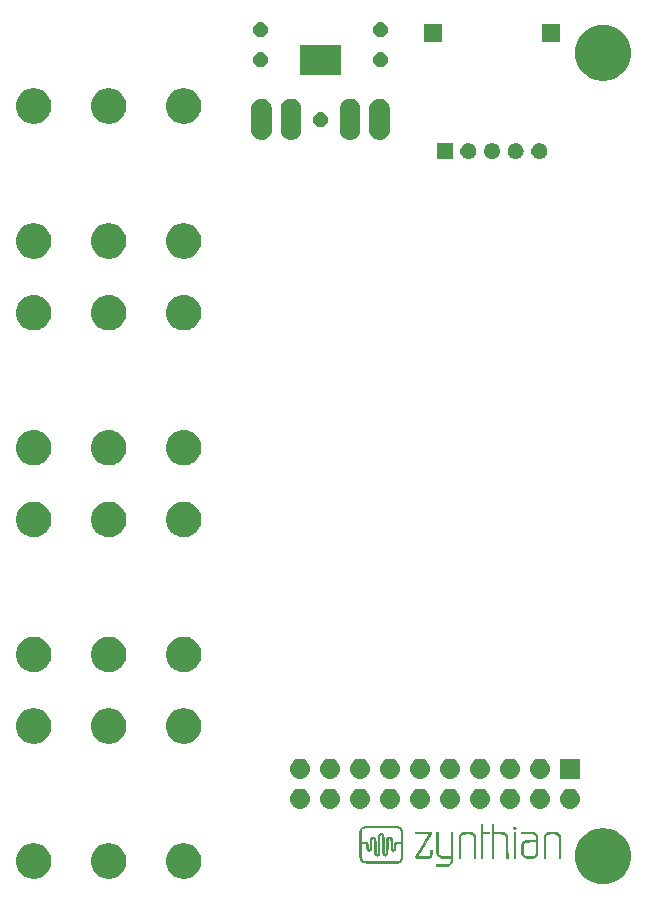
<source format=gbr>
G04 #@! TF.GenerationSoftware,KiCad,Pcbnew,5.0.2-5.fc29*
G04 #@! TF.CreationDate,2021-07-15T17:32:54+02:00*
G04 #@! TF.ProjectId,ZynAudioCon,5a796e41-7564-4696-9f43-6f6e2e6b6963,rev?*
G04 #@! TF.SameCoordinates,Original*
G04 #@! TF.FileFunction,Soldermask,Top*
G04 #@! TF.FilePolarity,Negative*
%FSLAX46Y46*%
G04 Gerber Fmt 4.6, Leading zero omitted, Abs format (unit mm)*
G04 Created by KiCad (PCBNEW 5.0.2-5.fc29) date jue 15 jul 2021 17:32:54 CEST*
%MOMM*%
%LPD*%
G01*
G04 APERTURE LIST*
%ADD10C,0.010000*%
%ADD11C,0.100000*%
G04 APERTURE END LIST*
D10*
G04 #@! TO.C,G\002A\002A\002A*
G36*
X101711122Y-117441058D02*
X101746275Y-117478566D01*
X101758750Y-117533320D01*
X101745673Y-117584075D01*
X101712134Y-117618543D01*
X101666667Y-117633367D01*
X101617807Y-117625190D01*
X101584125Y-117602000D01*
X101555835Y-117555449D01*
X101554089Y-117506654D01*
X101575427Y-117463758D01*
X101616388Y-117434904D01*
X101658320Y-117427375D01*
X101711122Y-117441058D01*
X101711122Y-117441058D01*
G37*
X101711122Y-117441058D02*
X101746275Y-117478566D01*
X101758750Y-117533320D01*
X101745673Y-117584075D01*
X101712134Y-117618543D01*
X101666667Y-117633367D01*
X101617807Y-117625190D01*
X101584125Y-117602000D01*
X101555835Y-117555449D01*
X101554089Y-117506654D01*
X101575427Y-117463758D01*
X101616388Y-117434904D01*
X101658320Y-117427375D01*
X101711122Y-117441058D01*
G36*
X104946862Y-117848644D02*
X105029061Y-117849794D01*
X105090681Y-117852284D01*
X105137306Y-117856636D01*
X105174521Y-117863372D01*
X105207912Y-117873016D01*
X105243062Y-117886089D01*
X105243312Y-117886188D01*
X105343925Y-117940858D01*
X105425954Y-118015964D01*
X105484354Y-118106413D01*
X105499784Y-118145192D01*
X105505799Y-118165805D01*
X105510937Y-118190332D01*
X105515288Y-118221416D01*
X105518943Y-118261701D01*
X105521991Y-118313832D01*
X105524522Y-118380451D01*
X105526626Y-118464204D01*
X105528393Y-118567733D01*
X105529912Y-118693683D01*
X105531274Y-118844699D01*
X105532569Y-119023422D01*
X105533256Y-119129968D01*
X105538901Y-120030875D01*
X105410000Y-120030875D01*
X105410000Y-119182343D01*
X105409661Y-118971945D01*
X105408658Y-118785974D01*
X105407014Y-118625589D01*
X105404748Y-118491945D01*
X105401882Y-118386200D01*
X105398437Y-118309512D01*
X105394435Y-118263036D01*
X105393019Y-118254635D01*
X105360090Y-118169966D01*
X105302974Y-118092635D01*
X105229209Y-118031326D01*
X105175552Y-118004045D01*
X105142576Y-117993214D01*
X105104622Y-117985378D01*
X105056137Y-117980093D01*
X104991570Y-117976911D01*
X104905368Y-117975387D01*
X104814687Y-117975062D01*
X104692473Y-117976201D01*
X104596767Y-117980485D01*
X104522379Y-117989217D01*
X104464120Y-118003700D01*
X104416803Y-118025236D01*
X104375237Y-118055127D01*
X104334233Y-118094676D01*
X104333014Y-118095965D01*
X104312882Y-118117972D01*
X104295721Y-118139746D01*
X104281296Y-118163890D01*
X104269368Y-118193006D01*
X104259700Y-118229698D01*
X104252055Y-118276570D01*
X104246196Y-118336225D01*
X104241885Y-118411266D01*
X104238885Y-118504296D01*
X104236960Y-118617918D01*
X104235870Y-118754736D01*
X104235381Y-118917354D01*
X104235253Y-119108374D01*
X104235250Y-119168568D01*
X104235250Y-120030875D01*
X104124125Y-120030875D01*
X104124125Y-119146885D01*
X104124154Y-118941753D01*
X104124442Y-118765794D01*
X104125286Y-118616430D01*
X104126987Y-118491085D01*
X104129841Y-118387180D01*
X104134149Y-118302139D01*
X104140209Y-118233385D01*
X104148320Y-118178340D01*
X104158780Y-118134427D01*
X104171888Y-118099069D01*
X104187943Y-118069689D01*
X104207244Y-118043709D01*
X104230089Y-118018551D01*
X104256777Y-117991640D01*
X104258203Y-117990217D01*
X104305198Y-117946737D01*
X104351764Y-117912980D01*
X104402732Y-117887763D01*
X104462929Y-117869905D01*
X104537185Y-117858227D01*
X104630329Y-117851547D01*
X104747190Y-117848684D01*
X104838500Y-117848311D01*
X104946862Y-117848644D01*
X104946862Y-117848644D01*
G37*
X104946862Y-117848644D02*
X105029061Y-117849794D01*
X105090681Y-117852284D01*
X105137306Y-117856636D01*
X105174521Y-117863372D01*
X105207912Y-117873016D01*
X105243062Y-117886089D01*
X105243312Y-117886188D01*
X105343925Y-117940858D01*
X105425954Y-118015964D01*
X105484354Y-118106413D01*
X105499784Y-118145192D01*
X105505799Y-118165805D01*
X105510937Y-118190332D01*
X105515288Y-118221416D01*
X105518943Y-118261701D01*
X105521991Y-118313832D01*
X105524522Y-118380451D01*
X105526626Y-118464204D01*
X105528393Y-118567733D01*
X105529912Y-118693683D01*
X105531274Y-118844699D01*
X105532569Y-119023422D01*
X105533256Y-119129968D01*
X105538901Y-120030875D01*
X105410000Y-120030875D01*
X105410000Y-119182343D01*
X105409661Y-118971945D01*
X105408658Y-118785974D01*
X105407014Y-118625589D01*
X105404748Y-118491945D01*
X105401882Y-118386200D01*
X105398437Y-118309512D01*
X105394435Y-118263036D01*
X105393019Y-118254635D01*
X105360090Y-118169966D01*
X105302974Y-118092635D01*
X105229209Y-118031326D01*
X105175552Y-118004045D01*
X105142576Y-117993214D01*
X105104622Y-117985378D01*
X105056137Y-117980093D01*
X104991570Y-117976911D01*
X104905368Y-117975387D01*
X104814687Y-117975062D01*
X104692473Y-117976201D01*
X104596767Y-117980485D01*
X104522379Y-117989217D01*
X104464120Y-118003700D01*
X104416803Y-118025236D01*
X104375237Y-118055127D01*
X104334233Y-118094676D01*
X104333014Y-118095965D01*
X104312882Y-118117972D01*
X104295721Y-118139746D01*
X104281296Y-118163890D01*
X104269368Y-118193006D01*
X104259700Y-118229698D01*
X104252055Y-118276570D01*
X104246196Y-118336225D01*
X104241885Y-118411266D01*
X104238885Y-118504296D01*
X104236960Y-118617918D01*
X104235870Y-118754736D01*
X104235381Y-118917354D01*
X104235253Y-119108374D01*
X104235250Y-119168568D01*
X104235250Y-120030875D01*
X104124125Y-120030875D01*
X104124125Y-119146885D01*
X104124154Y-118941753D01*
X104124442Y-118765794D01*
X104125286Y-118616430D01*
X104126987Y-118491085D01*
X104129841Y-118387180D01*
X104134149Y-118302139D01*
X104140209Y-118233385D01*
X104148320Y-118178340D01*
X104158780Y-118134427D01*
X104171888Y-118099069D01*
X104187943Y-118069689D01*
X104207244Y-118043709D01*
X104230089Y-118018551D01*
X104256777Y-117991640D01*
X104258203Y-117990217D01*
X104305198Y-117946737D01*
X104351764Y-117912980D01*
X104402732Y-117887763D01*
X104462929Y-117869905D01*
X104537185Y-117858227D01*
X104630329Y-117851547D01*
X104747190Y-117848684D01*
X104838500Y-117848311D01*
X104946862Y-117848644D01*
G36*
X102723156Y-117843427D02*
X102861214Y-117845141D01*
X102971506Y-117846882D01*
X103058011Y-117848945D01*
X103124712Y-117851626D01*
X103175589Y-117855217D01*
X103214625Y-117860014D01*
X103245801Y-117866311D01*
X103273099Y-117874402D01*
X103300499Y-117884581D01*
X103305273Y-117886469D01*
X103411277Y-117943504D01*
X103499110Y-118021243D01*
X103563164Y-118114537D01*
X103570670Y-118130208D01*
X103608187Y-118213187D01*
X103608187Y-119689562D01*
X103561021Y-119774719D01*
X103491843Y-119869717D01*
X103401522Y-119948673D01*
X103321213Y-119994131D01*
X103276292Y-120006238D01*
X103206610Y-120015839D01*
X103119067Y-120022816D01*
X103020562Y-120027050D01*
X102917995Y-120028420D01*
X102818266Y-120026808D01*
X102728274Y-120022095D01*
X102654919Y-120014162D01*
X102616000Y-120006313D01*
X102494569Y-119958676D01*
X102394001Y-119889172D01*
X102316457Y-119799817D01*
X102264104Y-119692628D01*
X102257838Y-119672687D01*
X102249154Y-119636488D01*
X102242899Y-119593274D01*
X102238850Y-119538189D01*
X102236781Y-119466377D01*
X102236470Y-119373735D01*
X102347374Y-119373735D01*
X102349190Y-119480221D01*
X102354995Y-119564045D01*
X102365663Y-119629710D01*
X102382069Y-119681720D01*
X102405087Y-119724579D01*
X102435590Y-119762792D01*
X102453734Y-119781379D01*
X102500306Y-119822487D01*
X102548056Y-119853370D01*
X102602455Y-119875415D01*
X102668977Y-119890010D01*
X102753097Y-119898544D01*
X102860287Y-119902403D01*
X102933500Y-119903043D01*
X103026799Y-119902213D01*
X103113714Y-119899493D01*
X103187183Y-119895249D01*
X103240143Y-119889845D01*
X103258937Y-119886253D01*
X103318509Y-119857537D01*
X103379630Y-119808144D01*
X103433103Y-119747272D01*
X103469731Y-119684118D01*
X103474747Y-119670421D01*
X103481512Y-119632301D01*
X103487472Y-119563244D01*
X103492589Y-119464053D01*
X103496824Y-119335532D01*
X103500137Y-119178485D01*
X103500905Y-119128821D01*
X103507809Y-118647455D01*
X103073811Y-118653181D01*
X102939340Y-118655242D01*
X102832841Y-118657637D01*
X102750536Y-118660608D01*
X102688645Y-118664398D01*
X102643390Y-118669251D01*
X102610993Y-118675407D01*
X102587676Y-118683112D01*
X102584250Y-118684636D01*
X102496144Y-118737123D01*
X102428692Y-118806411D01*
X102397707Y-118853317D01*
X102382749Y-118879674D01*
X102371581Y-118904093D01*
X102363551Y-118931713D01*
X102358008Y-118967673D01*
X102354301Y-119017110D01*
X102351778Y-119085165D01*
X102349787Y-119176975D01*
X102348673Y-119240081D01*
X102347374Y-119373735D01*
X102236470Y-119373735D01*
X102236467Y-119372982D01*
X102237684Y-119253148D01*
X102237858Y-119241148D01*
X102239808Y-119125511D01*
X102242113Y-119036785D01*
X102245218Y-118970134D01*
X102249569Y-118920718D01*
X102255612Y-118883701D01*
X102263794Y-118854245D01*
X102274560Y-118827511D01*
X102276364Y-118823568D01*
X102341383Y-118717870D01*
X102428165Y-118635224D01*
X102501992Y-118590855D01*
X102592187Y-118546562D01*
X103044625Y-118538625D01*
X103497062Y-118530687D01*
X103493010Y-118395750D01*
X103480846Y-118276235D01*
X103451079Y-118180461D01*
X103401841Y-118104592D01*
X103331268Y-118044792D01*
X103318303Y-118036717D01*
X103262046Y-118007457D01*
X103205793Y-117985157D01*
X103175881Y-117977361D01*
X103144431Y-117974745D01*
X103086029Y-117972377D01*
X103005474Y-117970352D01*
X102907562Y-117968767D01*
X102797093Y-117967717D01*
X102678863Y-117967301D01*
X102675531Y-117967299D01*
X102235000Y-117967125D01*
X102235000Y-117837703D01*
X102723156Y-117843427D01*
X102723156Y-117843427D01*
G37*
X102723156Y-117843427D02*
X102861214Y-117845141D01*
X102971506Y-117846882D01*
X103058011Y-117848945D01*
X103124712Y-117851626D01*
X103175589Y-117855217D01*
X103214625Y-117860014D01*
X103245801Y-117866311D01*
X103273099Y-117874402D01*
X103300499Y-117884581D01*
X103305273Y-117886469D01*
X103411277Y-117943504D01*
X103499110Y-118021243D01*
X103563164Y-118114537D01*
X103570670Y-118130208D01*
X103608187Y-118213187D01*
X103608187Y-119689562D01*
X103561021Y-119774719D01*
X103491843Y-119869717D01*
X103401522Y-119948673D01*
X103321213Y-119994131D01*
X103276292Y-120006238D01*
X103206610Y-120015839D01*
X103119067Y-120022816D01*
X103020562Y-120027050D01*
X102917995Y-120028420D01*
X102818266Y-120026808D01*
X102728274Y-120022095D01*
X102654919Y-120014162D01*
X102616000Y-120006313D01*
X102494569Y-119958676D01*
X102394001Y-119889172D01*
X102316457Y-119799817D01*
X102264104Y-119692628D01*
X102257838Y-119672687D01*
X102249154Y-119636488D01*
X102242899Y-119593274D01*
X102238850Y-119538189D01*
X102236781Y-119466377D01*
X102236470Y-119373735D01*
X102347374Y-119373735D01*
X102349190Y-119480221D01*
X102354995Y-119564045D01*
X102365663Y-119629710D01*
X102382069Y-119681720D01*
X102405087Y-119724579D01*
X102435590Y-119762792D01*
X102453734Y-119781379D01*
X102500306Y-119822487D01*
X102548056Y-119853370D01*
X102602455Y-119875415D01*
X102668977Y-119890010D01*
X102753097Y-119898544D01*
X102860287Y-119902403D01*
X102933500Y-119903043D01*
X103026799Y-119902213D01*
X103113714Y-119899493D01*
X103187183Y-119895249D01*
X103240143Y-119889845D01*
X103258937Y-119886253D01*
X103318509Y-119857537D01*
X103379630Y-119808144D01*
X103433103Y-119747272D01*
X103469731Y-119684118D01*
X103474747Y-119670421D01*
X103481512Y-119632301D01*
X103487472Y-119563244D01*
X103492589Y-119464053D01*
X103496824Y-119335532D01*
X103500137Y-119178485D01*
X103500905Y-119128821D01*
X103507809Y-118647455D01*
X103073811Y-118653181D01*
X102939340Y-118655242D01*
X102832841Y-118657637D01*
X102750536Y-118660608D01*
X102688645Y-118664398D01*
X102643390Y-118669251D01*
X102610993Y-118675407D01*
X102587676Y-118683112D01*
X102584250Y-118684636D01*
X102496144Y-118737123D01*
X102428692Y-118806411D01*
X102397707Y-118853317D01*
X102382749Y-118879674D01*
X102371581Y-118904093D01*
X102363551Y-118931713D01*
X102358008Y-118967673D01*
X102354301Y-119017110D01*
X102351778Y-119085165D01*
X102349787Y-119176975D01*
X102348673Y-119240081D01*
X102347374Y-119373735D01*
X102236470Y-119373735D01*
X102236467Y-119372982D01*
X102237684Y-119253148D01*
X102237858Y-119241148D01*
X102239808Y-119125511D01*
X102242113Y-119036785D01*
X102245218Y-118970134D01*
X102249569Y-118920718D01*
X102255612Y-118883701D01*
X102263794Y-118854245D01*
X102274560Y-118827511D01*
X102276364Y-118823568D01*
X102341383Y-118717870D01*
X102428165Y-118635224D01*
X102501992Y-118590855D01*
X102592187Y-118546562D01*
X103044625Y-118538625D01*
X103497062Y-118530687D01*
X103493010Y-118395750D01*
X103480846Y-118276235D01*
X103451079Y-118180461D01*
X103401841Y-118104592D01*
X103331268Y-118044792D01*
X103318303Y-118036717D01*
X103262046Y-118007457D01*
X103205793Y-117985157D01*
X103175881Y-117977361D01*
X103144431Y-117974745D01*
X103086029Y-117972377D01*
X103005474Y-117970352D01*
X102907562Y-117968767D01*
X102797093Y-117967717D01*
X102678863Y-117967301D01*
X102675531Y-117967299D01*
X102235000Y-117967125D01*
X102235000Y-117837703D01*
X102723156Y-117843427D01*
G36*
X101727000Y-120030875D02*
X101584125Y-120030875D01*
X101584125Y-117840125D01*
X101727000Y-117840125D01*
X101727000Y-120030875D01*
X101727000Y-120030875D01*
G37*
X101727000Y-120030875D02*
X101584125Y-120030875D01*
X101584125Y-117840125D01*
X101727000Y-117840125D01*
X101727000Y-120030875D01*
G36*
X99853750Y-117840125D02*
X100206968Y-117840400D01*
X100365825Y-117841830D01*
X100497039Y-117846418D01*
X100604634Y-117855021D01*
X100692632Y-117868498D01*
X100765059Y-117887706D01*
X100825936Y-117913501D01*
X100879288Y-117946740D01*
X100929138Y-117988282D01*
X100937320Y-117996008D01*
X100977989Y-118044765D01*
X101016108Y-118106297D01*
X101032570Y-118141102D01*
X101040155Y-118160401D01*
X101046593Y-118179608D01*
X101051994Y-118201400D01*
X101056467Y-118228450D01*
X101060119Y-118263433D01*
X101063061Y-118309023D01*
X101065400Y-118367896D01*
X101067246Y-118442725D01*
X101068706Y-118536186D01*
X101069891Y-118650952D01*
X101070908Y-118789699D01*
X101071866Y-118955101D01*
X101072774Y-119129968D01*
X101077361Y-120030875D01*
X100950380Y-120030875D01*
X100945784Y-119145392D01*
X100941187Y-118259909D01*
X100901428Y-118182678D01*
X100867976Y-118125146D01*
X100830506Y-118078614D01*
X100785430Y-118041970D01*
X100729161Y-118014100D01*
X100658108Y-117993893D01*
X100568685Y-117980236D01*
X100457303Y-117972016D01*
X100320373Y-117968122D01*
X100206968Y-117967372D01*
X99853750Y-117967125D01*
X99853750Y-120030875D01*
X99726750Y-120030875D01*
X99726750Y-117173375D01*
X99853750Y-117173375D01*
X99853750Y-117840125D01*
X99853750Y-117840125D01*
G37*
X99853750Y-117840125D02*
X100206968Y-117840400D01*
X100365825Y-117841830D01*
X100497039Y-117846418D01*
X100604634Y-117855021D01*
X100692632Y-117868498D01*
X100765059Y-117887706D01*
X100825936Y-117913501D01*
X100879288Y-117946740D01*
X100929138Y-117988282D01*
X100937320Y-117996008D01*
X100977989Y-118044765D01*
X101016108Y-118106297D01*
X101032570Y-118141102D01*
X101040155Y-118160401D01*
X101046593Y-118179608D01*
X101051994Y-118201400D01*
X101056467Y-118228450D01*
X101060119Y-118263433D01*
X101063061Y-118309023D01*
X101065400Y-118367896D01*
X101067246Y-118442725D01*
X101068706Y-118536186D01*
X101069891Y-118650952D01*
X101070908Y-118789699D01*
X101071866Y-118955101D01*
X101072774Y-119129968D01*
X101077361Y-120030875D01*
X100950380Y-120030875D01*
X100945784Y-119145392D01*
X100941187Y-118259909D01*
X100901428Y-118182678D01*
X100867976Y-118125146D01*
X100830506Y-118078614D01*
X100785430Y-118041970D01*
X100729161Y-118014100D01*
X100658108Y-117993893D01*
X100568685Y-117980236D01*
X100457303Y-117972016D01*
X100320373Y-117968122D01*
X100206968Y-117967372D01*
X99853750Y-117967125D01*
X99853750Y-120030875D01*
X99726750Y-120030875D01*
X99726750Y-117173375D01*
X99853750Y-117173375D01*
X99853750Y-117840125D01*
G36*
X98948875Y-117840125D02*
X99536250Y-117840125D01*
X99536250Y-117967125D01*
X98948875Y-117967125D01*
X98948875Y-120030875D01*
X98806000Y-120030875D01*
X98806000Y-117173375D01*
X98948875Y-117173375D01*
X98948875Y-117840125D01*
X98948875Y-117840125D01*
G37*
X98948875Y-117840125D02*
X99536250Y-117840125D01*
X99536250Y-117967125D01*
X98948875Y-117967125D01*
X98948875Y-120030875D01*
X98806000Y-120030875D01*
X98806000Y-117173375D01*
X98948875Y-117173375D01*
X98948875Y-117840125D01*
G36*
X97704002Y-117843098D02*
X97809398Y-117848289D01*
X97905601Y-117856311D01*
X97985135Y-117866908D01*
X98040520Y-117879822D01*
X98040828Y-117879928D01*
X98142947Y-117930762D01*
X98227629Y-118004688D01*
X98289555Y-118096749D01*
X98301020Y-118122420D01*
X98308792Y-118142083D01*
X98315394Y-118161288D01*
X98320935Y-118182702D01*
X98325526Y-118208990D01*
X98329278Y-118242816D01*
X98332300Y-118286846D01*
X98334703Y-118343745D01*
X98336596Y-118416178D01*
X98338092Y-118506811D01*
X98339299Y-118618308D01*
X98340328Y-118753335D01*
X98341289Y-118914557D01*
X98342293Y-119104640D01*
X98342382Y-119122031D01*
X98347078Y-120030875D01*
X98218625Y-120030875D01*
X98218625Y-119168568D01*
X98218552Y-118969007D01*
X98218183Y-118798589D01*
X98217286Y-118654711D01*
X98215631Y-118534767D01*
X98212988Y-118436150D01*
X98209128Y-118356257D01*
X98203819Y-118292480D01*
X98196833Y-118242215D01*
X98187938Y-118202857D01*
X98176905Y-118171800D01*
X98163503Y-118146438D01*
X98147503Y-118124166D01*
X98128674Y-118102378D01*
X98124008Y-118097260D01*
X98079390Y-118058334D01*
X98023167Y-118021654D01*
X98000477Y-118010017D01*
X97970207Y-117997260D01*
X97939429Y-117988039D01*
X97902407Y-117981789D01*
X97853407Y-117977943D01*
X97786694Y-117975935D01*
X97696533Y-117975199D01*
X97647125Y-117975132D01*
X97524811Y-117975996D01*
X97429068Y-117979478D01*
X97354747Y-117986807D01*
X97296698Y-117999211D01*
X97249773Y-118017920D01*
X97208822Y-118044163D01*
X97168697Y-118079169D01*
X97155009Y-118092603D01*
X97107649Y-118145281D01*
X97079171Y-118193225D01*
X97062008Y-118249273D01*
X97061630Y-118251019D01*
X97056886Y-118290728D01*
X97052878Y-118362178D01*
X97049605Y-118465369D01*
X97047069Y-118600300D01*
X97045268Y-118766972D01*
X97044204Y-118965384D01*
X97043875Y-119182343D01*
X97043875Y-120030875D01*
X96931763Y-120030875D01*
X96936225Y-119114093D01*
X96940687Y-118197312D01*
X96977257Y-118117937D01*
X97035755Y-118021278D01*
X97113177Y-117946844D01*
X97212301Y-117892631D01*
X97335900Y-117856631D01*
X97340064Y-117855802D01*
X97407446Y-117847091D01*
X97495548Y-117842242D01*
X97596893Y-117840996D01*
X97704002Y-117843098D01*
X97704002Y-117843098D01*
G37*
X97704002Y-117843098D02*
X97809398Y-117848289D01*
X97905601Y-117856311D01*
X97985135Y-117866908D01*
X98040520Y-117879822D01*
X98040828Y-117879928D01*
X98142947Y-117930762D01*
X98227629Y-118004688D01*
X98289555Y-118096749D01*
X98301020Y-118122420D01*
X98308792Y-118142083D01*
X98315394Y-118161288D01*
X98320935Y-118182702D01*
X98325526Y-118208990D01*
X98329278Y-118242816D01*
X98332300Y-118286846D01*
X98334703Y-118343745D01*
X98336596Y-118416178D01*
X98338092Y-118506811D01*
X98339299Y-118618308D01*
X98340328Y-118753335D01*
X98341289Y-118914557D01*
X98342293Y-119104640D01*
X98342382Y-119122031D01*
X98347078Y-120030875D01*
X98218625Y-120030875D01*
X98218625Y-119168568D01*
X98218552Y-118969007D01*
X98218183Y-118798589D01*
X98217286Y-118654711D01*
X98215631Y-118534767D01*
X98212988Y-118436150D01*
X98209128Y-118356257D01*
X98203819Y-118292480D01*
X98196833Y-118242215D01*
X98187938Y-118202857D01*
X98176905Y-118171800D01*
X98163503Y-118146438D01*
X98147503Y-118124166D01*
X98128674Y-118102378D01*
X98124008Y-118097260D01*
X98079390Y-118058334D01*
X98023167Y-118021654D01*
X98000477Y-118010017D01*
X97970207Y-117997260D01*
X97939429Y-117988039D01*
X97902407Y-117981789D01*
X97853407Y-117977943D01*
X97786694Y-117975935D01*
X97696533Y-117975199D01*
X97647125Y-117975132D01*
X97524811Y-117975996D01*
X97429068Y-117979478D01*
X97354747Y-117986807D01*
X97296698Y-117999211D01*
X97249773Y-118017920D01*
X97208822Y-118044163D01*
X97168697Y-118079169D01*
X97155009Y-118092603D01*
X97107649Y-118145281D01*
X97079171Y-118193225D01*
X97062008Y-118249273D01*
X97061630Y-118251019D01*
X97056886Y-118290728D01*
X97052878Y-118362178D01*
X97049605Y-118465369D01*
X97047069Y-118600300D01*
X97045268Y-118766972D01*
X97044204Y-118965384D01*
X97043875Y-119182343D01*
X97043875Y-120030875D01*
X96931763Y-120030875D01*
X96936225Y-119114093D01*
X96940687Y-118197312D01*
X96977257Y-118117937D01*
X97035755Y-118021278D01*
X97113177Y-117946844D01*
X97212301Y-117892631D01*
X97335900Y-117856631D01*
X97340064Y-117855802D01*
X97407446Y-117847091D01*
X97495548Y-117842242D01*
X97596893Y-117840996D01*
X97704002Y-117843098D01*
G36*
X93899952Y-117843582D02*
X94060757Y-117844741D01*
X94192783Y-117845894D01*
X94299001Y-117847202D01*
X94382379Y-117848824D01*
X94445889Y-117850920D01*
X94492500Y-117853649D01*
X94525184Y-117857172D01*
X94546910Y-117861647D01*
X94560648Y-117867235D01*
X94569369Y-117874095D01*
X94574135Y-117879812D01*
X94584824Y-117894867D01*
X94592650Y-117910154D01*
X94596579Y-117927636D01*
X94595578Y-117949275D01*
X94588614Y-117977034D01*
X94574653Y-118012877D01*
X94552662Y-118058765D01*
X94521609Y-118116663D01*
X94480460Y-118188531D01*
X94428182Y-118276334D01*
X94363742Y-118382034D01*
X94286107Y-118507594D01*
X94194243Y-118654976D01*
X94087117Y-118826144D01*
X94017791Y-118936764D01*
X93920158Y-119092628D01*
X93827449Y-119240837D01*
X93741050Y-119379162D01*
X93662349Y-119505373D01*
X93592730Y-119617242D01*
X93533581Y-119712537D01*
X93486288Y-119789032D01*
X93452237Y-119844495D01*
X93432815Y-119876698D01*
X93428718Y-119884031D01*
X93441596Y-119889379D01*
X93481656Y-119893967D01*
X93544337Y-119897778D01*
X93625078Y-119900796D01*
X93719320Y-119903002D01*
X93822502Y-119904382D01*
X93930063Y-119904916D01*
X94037445Y-119904589D01*
X94140086Y-119903384D01*
X94233426Y-119901282D01*
X94312905Y-119898269D01*
X94373963Y-119894325D01*
X94412040Y-119889435D01*
X94418489Y-119887716D01*
X94451911Y-119872647D01*
X94476393Y-119850976D01*
X94493505Y-119817835D01*
X94504816Y-119768353D01*
X94511895Y-119697660D01*
X94516312Y-119600888D01*
X94516884Y-119582406D01*
X94523353Y-119364125D01*
X94649599Y-119364125D01*
X94644113Y-119606218D01*
X94640610Y-119714601D01*
X94634802Y-119796437D01*
X94625355Y-119856912D01*
X94610935Y-119901216D01*
X94590206Y-119934534D01*
X94561835Y-119962056D01*
X94550271Y-119970969D01*
X94506676Y-119995006D01*
X94453843Y-120013992D01*
X94447083Y-120015675D01*
X94410231Y-120020459D01*
X94348058Y-120024322D01*
X94265197Y-120027284D01*
X94166282Y-120029367D01*
X94055947Y-120030593D01*
X93938826Y-120030982D01*
X93819552Y-120030557D01*
X93702759Y-120029339D01*
X93593080Y-120027349D01*
X93495150Y-120024609D01*
X93413602Y-120021139D01*
X93353069Y-120016963D01*
X93318186Y-120012100D01*
X93313250Y-120010429D01*
X93279048Y-119977349D01*
X93268291Y-119928625D01*
X93282215Y-119871302D01*
X93287092Y-119861272D01*
X93299292Y-119840470D01*
X93326862Y-119795055D01*
X93368364Y-119727352D01*
X93422362Y-119639684D01*
X93487419Y-119534377D01*
X93562099Y-119413754D01*
X93644964Y-119280139D01*
X93734577Y-119135857D01*
X93829502Y-118983233D01*
X93883930Y-118895812D01*
X94457395Y-117975062D01*
X93853572Y-117970905D01*
X93249750Y-117966747D01*
X93249750Y-117839103D01*
X93899952Y-117843582D01*
X93899952Y-117843582D01*
G37*
X93899952Y-117843582D02*
X94060757Y-117844741D01*
X94192783Y-117845894D01*
X94299001Y-117847202D01*
X94382379Y-117848824D01*
X94445889Y-117850920D01*
X94492500Y-117853649D01*
X94525184Y-117857172D01*
X94546910Y-117861647D01*
X94560648Y-117867235D01*
X94569369Y-117874095D01*
X94574135Y-117879812D01*
X94584824Y-117894867D01*
X94592650Y-117910154D01*
X94596579Y-117927636D01*
X94595578Y-117949275D01*
X94588614Y-117977034D01*
X94574653Y-118012877D01*
X94552662Y-118058765D01*
X94521609Y-118116663D01*
X94480460Y-118188531D01*
X94428182Y-118276334D01*
X94363742Y-118382034D01*
X94286107Y-118507594D01*
X94194243Y-118654976D01*
X94087117Y-118826144D01*
X94017791Y-118936764D01*
X93920158Y-119092628D01*
X93827449Y-119240837D01*
X93741050Y-119379162D01*
X93662349Y-119505373D01*
X93592730Y-119617242D01*
X93533581Y-119712537D01*
X93486288Y-119789032D01*
X93452237Y-119844495D01*
X93432815Y-119876698D01*
X93428718Y-119884031D01*
X93441596Y-119889379D01*
X93481656Y-119893967D01*
X93544337Y-119897778D01*
X93625078Y-119900796D01*
X93719320Y-119903002D01*
X93822502Y-119904382D01*
X93930063Y-119904916D01*
X94037445Y-119904589D01*
X94140086Y-119903384D01*
X94233426Y-119901282D01*
X94312905Y-119898269D01*
X94373963Y-119894325D01*
X94412040Y-119889435D01*
X94418489Y-119887716D01*
X94451911Y-119872647D01*
X94476393Y-119850976D01*
X94493505Y-119817835D01*
X94504816Y-119768353D01*
X94511895Y-119697660D01*
X94516312Y-119600888D01*
X94516884Y-119582406D01*
X94523353Y-119364125D01*
X94649599Y-119364125D01*
X94644113Y-119606218D01*
X94640610Y-119714601D01*
X94634802Y-119796437D01*
X94625355Y-119856912D01*
X94610935Y-119901216D01*
X94590206Y-119934534D01*
X94561835Y-119962056D01*
X94550271Y-119970969D01*
X94506676Y-119995006D01*
X94453843Y-120013992D01*
X94447083Y-120015675D01*
X94410231Y-120020459D01*
X94348058Y-120024322D01*
X94265197Y-120027284D01*
X94166282Y-120029367D01*
X94055947Y-120030593D01*
X93938826Y-120030982D01*
X93819552Y-120030557D01*
X93702759Y-120029339D01*
X93593080Y-120027349D01*
X93495150Y-120024609D01*
X93413602Y-120021139D01*
X93353069Y-120016963D01*
X93318186Y-120012100D01*
X93313250Y-120010429D01*
X93279048Y-119977349D01*
X93268291Y-119928625D01*
X93282215Y-119871302D01*
X93287092Y-119861272D01*
X93299292Y-119840470D01*
X93326862Y-119795055D01*
X93368364Y-119727352D01*
X93422362Y-119639684D01*
X93487419Y-119534377D01*
X93562099Y-119413754D01*
X93644964Y-119280139D01*
X93734577Y-119135857D01*
X93829502Y-118983233D01*
X93883930Y-118895812D01*
X94457395Y-117975062D01*
X93853572Y-117970905D01*
X93249750Y-117966747D01*
X93249750Y-117839103D01*
X93899952Y-117843582D01*
G36*
X91884500Y-117397415D02*
X91993346Y-117466263D01*
X92081695Y-117558449D01*
X92136709Y-117649625D01*
X92178187Y-117736937D01*
X92178187Y-118895812D01*
X92178176Y-119115258D01*
X92178099Y-119305238D01*
X92177892Y-119468037D01*
X92177492Y-119605939D01*
X92176835Y-119721230D01*
X92175856Y-119816192D01*
X92174491Y-119893111D01*
X92172676Y-119954270D01*
X92170347Y-120001955D01*
X92167440Y-120038450D01*
X92163892Y-120066040D01*
X92159637Y-120087008D01*
X92154612Y-120103639D01*
X92148753Y-120118217D01*
X92143591Y-120129573D01*
X92092878Y-120213551D01*
X92023419Y-120293695D01*
X91944611Y-120360426D01*
X91879956Y-120398261D01*
X91797187Y-120435687D01*
X90376375Y-120439256D01*
X90131428Y-120439853D01*
X89916171Y-120440312D01*
X89728547Y-120440593D01*
X89566496Y-120440659D01*
X89427959Y-120440472D01*
X89310877Y-120439994D01*
X89213190Y-120439186D01*
X89132841Y-120438012D01*
X89067770Y-120436432D01*
X89015918Y-120434410D01*
X88975226Y-120431906D01*
X88943635Y-120428883D01*
X88919087Y-120425303D01*
X88899522Y-120421128D01*
X88882881Y-120416320D01*
X88868734Y-120411431D01*
X88762011Y-120359446D01*
X88674379Y-120285688D01*
X88618434Y-120214791D01*
X88601404Y-120189673D01*
X88586630Y-120166447D01*
X88573950Y-120142778D01*
X88563206Y-120116331D01*
X88554236Y-120084769D01*
X88546881Y-120045759D01*
X88540980Y-119996964D01*
X88536374Y-119936048D01*
X88532903Y-119860677D01*
X88530406Y-119768515D01*
X88528723Y-119657226D01*
X88527695Y-119524475D01*
X88527220Y-119385056D01*
X88630124Y-119385056D01*
X88630327Y-119550727D01*
X88631228Y-119687994D01*
X88633270Y-119800203D01*
X88636892Y-119890700D01*
X88642536Y-119962830D01*
X88650644Y-120019938D01*
X88661655Y-120065371D01*
X88676012Y-120102472D01*
X88694154Y-120134589D01*
X88716524Y-120165066D01*
X88736040Y-120188509D01*
X88786464Y-120236502D01*
X88847181Y-120279749D01*
X88875304Y-120294996D01*
X88955562Y-120332548D01*
X90376375Y-120328555D01*
X91797187Y-120324562D01*
X91863605Y-120281370D01*
X91934630Y-120229230D01*
X91985682Y-120174911D01*
X92027101Y-120106793D01*
X92037072Y-120086437D01*
X92046713Y-120065545D01*
X92054549Y-120045378D01*
X92060767Y-120022554D01*
X92065556Y-119993693D01*
X92069104Y-119955415D01*
X92071599Y-119904337D01*
X92073228Y-119837081D01*
X92074182Y-119750264D01*
X92074647Y-119640507D01*
X92074811Y-119504428D01*
X92074844Y-119407781D01*
X92075000Y-118808500D01*
X91845371Y-118808500D01*
X91755023Y-118808817D01*
X91691276Y-118810196D01*
X91648979Y-118813280D01*
X91622987Y-118818711D01*
X91608149Y-118827131D01*
X91599320Y-118839184D01*
X91599308Y-118839206D01*
X91593021Y-118866335D01*
X91587844Y-118917961D01*
X91584293Y-118986834D01*
X91582880Y-119065707D01*
X91582875Y-119070963D01*
X91581207Y-119175890D01*
X91574963Y-119254447D01*
X91562278Y-119311894D01*
X91541287Y-119353494D01*
X91510126Y-119384511D01*
X91466932Y-119410206D01*
X91461814Y-119412717D01*
X91382404Y-119437112D01*
X91308461Y-119430381D01*
X91251244Y-119401660D01*
X91228102Y-119383050D01*
X91209792Y-119360807D01*
X91195756Y-119331218D01*
X91185438Y-119290569D01*
X91178280Y-119235145D01*
X91173725Y-119161234D01*
X91171215Y-119065121D01*
X91170195Y-118943093D01*
X91170065Y-118860603D01*
X91169878Y-118734651D01*
X91169180Y-118636390D01*
X91167705Y-118561759D01*
X91165185Y-118506701D01*
X91161355Y-118467156D01*
X91155946Y-118439065D01*
X91148694Y-118418370D01*
X91139932Y-118401992D01*
X91098713Y-118357208D01*
X91051123Y-118341900D01*
X91002309Y-118355956D01*
X90957414Y-118399264D01*
X90952769Y-118406064D01*
X90945477Y-118419394D01*
X90939432Y-118437138D01*
X90934467Y-118462394D01*
X90930411Y-118498260D01*
X90927097Y-118547834D01*
X90924354Y-118614214D01*
X90922016Y-118700499D01*
X90919911Y-118809786D01*
X90917872Y-118945175D01*
X90916125Y-119078378D01*
X90914002Y-119237860D01*
X90911940Y-119368676D01*
X90909773Y-119473906D01*
X90907336Y-119556635D01*
X90904465Y-119619943D01*
X90900995Y-119666914D01*
X90896759Y-119700629D01*
X90891594Y-119724172D01*
X90885334Y-119740623D01*
X90880185Y-119749614D01*
X90825856Y-119808239D01*
X90756315Y-119839752D01*
X90693875Y-119846480D01*
X90613116Y-119834714D01*
X90551079Y-119798188D01*
X90507674Y-119741006D01*
X90501239Y-119727116D01*
X90495821Y-119709148D01*
X90491312Y-119684341D01*
X90487605Y-119649933D01*
X90484591Y-119603164D01*
X90482163Y-119541272D01*
X90480214Y-119461496D01*
X90478634Y-119361073D01*
X90477318Y-119237244D01*
X90476156Y-119087247D01*
X90475041Y-118908320D01*
X90475017Y-118904160D01*
X90473961Y-118726121D01*
X90472947Y-118577105D01*
X90471847Y-118454383D01*
X90470533Y-118355229D01*
X90468877Y-118276914D01*
X90466752Y-118216712D01*
X90464029Y-118171894D01*
X90460582Y-118139733D01*
X90456282Y-118117503D01*
X90451002Y-118102475D01*
X90444613Y-118091921D01*
X90436989Y-118083116D01*
X90436531Y-118082628D01*
X90388775Y-118052054D01*
X90334941Y-118049894D01*
X90282842Y-118076014D01*
X90272465Y-118085465D01*
X90233500Y-118124431D01*
X90233475Y-118899059D01*
X90233444Y-119083889D01*
X90233164Y-119239698D01*
X90232336Y-119369218D01*
X90230661Y-119475178D01*
X90227840Y-119560308D01*
X90223573Y-119627338D01*
X90217563Y-119678999D01*
X90209509Y-119718020D01*
X90199112Y-119747132D01*
X90186074Y-119769065D01*
X90170096Y-119786548D01*
X90150878Y-119802312D01*
X90133087Y-119815434D01*
X90073667Y-119841493D01*
X90002382Y-119847558D01*
X89931871Y-119833821D01*
X89888557Y-119811691D01*
X89864509Y-119793388D01*
X89844675Y-119773863D01*
X89828652Y-119750030D01*
X89816033Y-119718805D01*
X89806414Y-119677101D01*
X89799389Y-119621833D01*
X89794553Y-119549917D01*
X89791501Y-119458266D01*
X89789829Y-119343795D01*
X89789130Y-119203418D01*
X89789000Y-119053452D01*
X89788841Y-118889412D01*
X89788130Y-118754175D01*
X89786515Y-118644798D01*
X89783644Y-118558335D01*
X89779165Y-118491840D01*
X89772727Y-118442369D01*
X89763978Y-118406976D01*
X89752566Y-118382717D01*
X89738138Y-118366645D01*
X89720344Y-118355817D01*
X89704907Y-118349486D01*
X89653297Y-118345271D01*
X89604513Y-118365153D01*
X89571036Y-118403701D01*
X89568887Y-118408686D01*
X89563779Y-118437178D01*
X89559009Y-118493437D01*
X89554763Y-118573478D01*
X89551228Y-118673319D01*
X89548591Y-118788976D01*
X89547520Y-118864062D01*
X89545744Y-118999779D01*
X89543292Y-119107611D01*
X89539399Y-119191425D01*
X89533300Y-119255085D01*
X89524230Y-119302458D01*
X89511424Y-119337409D01*
X89494116Y-119363804D01*
X89471543Y-119385508D01*
X89442938Y-119406386D01*
X89439750Y-119408554D01*
X89372959Y-119436265D01*
X89301858Y-119436066D01*
X89233408Y-119409729D01*
X89174567Y-119359027D01*
X89158189Y-119336861D01*
X89146311Y-119312864D01*
X89137708Y-119279080D01*
X89131677Y-119229917D01*
X89127512Y-119159784D01*
X89124704Y-119071175D01*
X89121605Y-118989055D01*
X89116885Y-118917613D01*
X89111117Y-118863213D01*
X89104870Y-118832216D01*
X89102916Y-118828343D01*
X89084343Y-118819639D01*
X89043319Y-118813594D01*
X88976970Y-118809973D01*
X88882416Y-118808543D01*
X88858368Y-118808500D01*
X88630125Y-118808500D01*
X88630124Y-119385056D01*
X88527220Y-119385056D01*
X88527161Y-119367926D01*
X88526961Y-119185244D01*
X88526935Y-118974093D01*
X88526937Y-118879937D01*
X88526937Y-118252075D01*
X88630124Y-118252075D01*
X88630124Y-118694585D01*
X88883793Y-118699949D01*
X88978748Y-118702094D01*
X89047343Y-118704476D01*
X89094960Y-118707988D01*
X89126981Y-118713521D01*
X89148789Y-118721969D01*
X89165767Y-118734224D01*
X89181419Y-118749298D01*
X89198409Y-118767340D01*
X89210542Y-118785672D01*
X89218866Y-118809953D01*
X89224429Y-118845841D01*
X89228280Y-118898996D01*
X89231468Y-118975076D01*
X89233344Y-119029478D01*
X89237005Y-119123508D01*
X89241141Y-119191156D01*
X89246511Y-119237789D01*
X89253878Y-119268775D01*
X89264002Y-119289481D01*
X89271554Y-119299023D01*
X89314458Y-119327263D01*
X89360350Y-119328366D01*
X89401088Y-119304929D01*
X89428530Y-119259550D01*
X89431741Y-119247921D01*
X89434025Y-119223121D01*
X89436363Y-119171200D01*
X89438631Y-119096785D01*
X89440707Y-119004503D01*
X89442468Y-118898981D01*
X89443671Y-118797720D01*
X89445018Y-118671494D01*
X89446539Y-118573041D01*
X89448552Y-118498384D01*
X89451375Y-118443546D01*
X89455325Y-118404550D01*
X89460721Y-118377420D01*
X89467881Y-118358178D01*
X89477124Y-118342847D01*
X89480418Y-118338325D01*
X89539623Y-118275708D01*
X89603781Y-118242069D01*
X89658442Y-118234182D01*
X89740334Y-118247614D01*
X89808755Y-118289240D01*
X89861101Y-118357423D01*
X89864406Y-118363758D01*
X89873470Y-118382367D01*
X89880855Y-118401084D01*
X89886732Y-118423205D01*
X89891274Y-118452022D01*
X89894652Y-118490833D01*
X89897039Y-118542931D01*
X89898606Y-118611612D01*
X89899526Y-118700169D01*
X89899971Y-118811899D01*
X89900113Y-118950096D01*
X89900125Y-119047670D01*
X89900125Y-119661113D01*
X89939054Y-119703119D01*
X89986515Y-119737196D01*
X90035102Y-119741778D01*
X90079579Y-119716555D01*
X90084195Y-119711728D01*
X90091070Y-119702781D01*
X90096868Y-119690600D01*
X90101715Y-119672476D01*
X90105737Y-119645700D01*
X90109061Y-119607566D01*
X90111811Y-119555364D01*
X90114114Y-119486386D01*
X90116096Y-119397924D01*
X90117882Y-119287269D01*
X90119599Y-119151715D01*
X90121372Y-118988551D01*
X90122375Y-118890197D01*
X90124225Y-118711310D01*
X90125951Y-118561389D01*
X90127684Y-118437651D01*
X90129554Y-118337312D01*
X90131694Y-118257591D01*
X90134233Y-118195704D01*
X90137304Y-118148868D01*
X90141037Y-118114299D01*
X90145564Y-118089216D01*
X90151016Y-118070834D01*
X90157523Y-118056372D01*
X90162062Y-118048295D01*
X90213824Y-117988469D01*
X90280950Y-117950822D01*
X90355696Y-117937266D01*
X90430318Y-117949714D01*
X90473246Y-117971410D01*
X90497384Y-117987704D01*
X90517685Y-118003456D01*
X90534481Y-118021412D01*
X90548103Y-118044321D01*
X90558885Y-118074929D01*
X90567158Y-118115984D01*
X90573254Y-118170233D01*
X90577506Y-118240423D01*
X90580246Y-118329302D01*
X90581806Y-118439617D01*
X90582518Y-118574116D01*
X90582715Y-118735546D01*
X90582725Y-118876757D01*
X90582805Y-119061400D01*
X90583210Y-119216879D01*
X90584200Y-119345782D01*
X90586040Y-119450695D01*
X90588992Y-119534204D01*
X90593319Y-119598896D01*
X90599284Y-119647358D01*
X90607149Y-119682176D01*
X90617178Y-119705936D01*
X90629633Y-119721226D01*
X90644778Y-119730632D01*
X90662874Y-119736741D01*
X90670315Y-119738669D01*
X90718562Y-119742358D01*
X90756177Y-119722235D01*
X90784231Y-119687035D01*
X90791570Y-119673813D01*
X90797548Y-119656725D01*
X90802302Y-119632612D01*
X90805971Y-119598319D01*
X90808693Y-119550688D01*
X90810606Y-119486562D01*
X90811849Y-119402784D01*
X90812559Y-119296197D01*
X90812875Y-119163642D01*
X90812937Y-119031339D01*
X90812996Y-118875533D01*
X90813282Y-118748205D01*
X90813955Y-118646084D01*
X90815177Y-118565898D01*
X90817109Y-118504375D01*
X90819913Y-118458243D01*
X90823749Y-118424231D01*
X90828780Y-118399067D01*
X90835166Y-118379479D01*
X90843069Y-118362196D01*
X90846235Y-118356062D01*
X90895872Y-118290963D01*
X90959454Y-118250222D01*
X91030563Y-118233839D01*
X91102779Y-118241815D01*
X91169684Y-118274149D01*
X91224859Y-118330842D01*
X91240014Y-118356062D01*
X91250033Y-118377016D01*
X91257907Y-118399895D01*
X91263958Y-118428783D01*
X91268504Y-118467767D01*
X91271866Y-118520931D01*
X91274365Y-118592363D01*
X91276320Y-118686148D01*
X91278052Y-118806371D01*
X91278575Y-118848187D01*
X91280460Y-118984793D01*
X91282836Y-119092963D01*
X91286385Y-119176012D01*
X91291789Y-119237253D01*
X91299726Y-119280000D01*
X91310879Y-119307567D01*
X91325929Y-119323268D01*
X91345556Y-119330417D01*
X91370441Y-119332327D01*
X91378060Y-119332375D01*
X91413891Y-119327109D01*
X91439695Y-119308606D01*
X91456994Y-119272804D01*
X91467308Y-119215640D01*
X91472159Y-119133053D01*
X91473027Y-119078811D01*
X91475398Y-118959151D01*
X91483070Y-118867486D01*
X91499712Y-118800100D01*
X91528990Y-118753282D01*
X91574571Y-118723316D01*
X91640122Y-118706490D01*
X91729311Y-118699089D01*
X91845803Y-118697400D01*
X91849639Y-118697399D01*
X92076716Y-118697375D01*
X92071889Y-118215324D01*
X92067062Y-117733274D01*
X92011500Y-117651024D01*
X91947515Y-117574969D01*
X91870962Y-117513212D01*
X91790841Y-117472447D01*
X91759186Y-117463384D01*
X91734931Y-117461548D01*
X91681341Y-117459796D01*
X91600828Y-117458148D01*
X91495807Y-117456626D01*
X91368692Y-117455248D01*
X91221896Y-117454037D01*
X91057834Y-117453013D01*
X90878920Y-117452196D01*
X90687568Y-117451607D01*
X90486190Y-117451267D01*
X90328750Y-117451187D01*
X88955562Y-117451187D01*
X88884125Y-117488589D01*
X88784857Y-117555271D01*
X88708513Y-117637890D01*
X88661772Y-117724979D01*
X88652348Y-117752508D01*
X88644990Y-117781543D01*
X88639447Y-117816282D01*
X88635467Y-117860920D01*
X88632797Y-117919656D01*
X88631185Y-117996687D01*
X88630380Y-118096209D01*
X88630130Y-118222419D01*
X88630124Y-118252075D01*
X88526937Y-118252075D01*
X88526937Y-117752812D01*
X88568770Y-117663594D01*
X88638312Y-117548485D01*
X88727140Y-117457692D01*
X88818076Y-117400066D01*
X88907937Y-117355937D01*
X91797187Y-117355937D01*
X91884500Y-117397415D01*
X91884500Y-117397415D01*
G37*
X91884500Y-117397415D02*
X91993346Y-117466263D01*
X92081695Y-117558449D01*
X92136709Y-117649625D01*
X92178187Y-117736937D01*
X92178187Y-118895812D01*
X92178176Y-119115258D01*
X92178099Y-119305238D01*
X92177892Y-119468037D01*
X92177492Y-119605939D01*
X92176835Y-119721230D01*
X92175856Y-119816192D01*
X92174491Y-119893111D01*
X92172676Y-119954270D01*
X92170347Y-120001955D01*
X92167440Y-120038450D01*
X92163892Y-120066040D01*
X92159637Y-120087008D01*
X92154612Y-120103639D01*
X92148753Y-120118217D01*
X92143591Y-120129573D01*
X92092878Y-120213551D01*
X92023419Y-120293695D01*
X91944611Y-120360426D01*
X91879956Y-120398261D01*
X91797187Y-120435687D01*
X90376375Y-120439256D01*
X90131428Y-120439853D01*
X89916171Y-120440312D01*
X89728547Y-120440593D01*
X89566496Y-120440659D01*
X89427959Y-120440472D01*
X89310877Y-120439994D01*
X89213190Y-120439186D01*
X89132841Y-120438012D01*
X89067770Y-120436432D01*
X89015918Y-120434410D01*
X88975226Y-120431906D01*
X88943635Y-120428883D01*
X88919087Y-120425303D01*
X88899522Y-120421128D01*
X88882881Y-120416320D01*
X88868734Y-120411431D01*
X88762011Y-120359446D01*
X88674379Y-120285688D01*
X88618434Y-120214791D01*
X88601404Y-120189673D01*
X88586630Y-120166447D01*
X88573950Y-120142778D01*
X88563206Y-120116331D01*
X88554236Y-120084769D01*
X88546881Y-120045759D01*
X88540980Y-119996964D01*
X88536374Y-119936048D01*
X88532903Y-119860677D01*
X88530406Y-119768515D01*
X88528723Y-119657226D01*
X88527695Y-119524475D01*
X88527220Y-119385056D01*
X88630124Y-119385056D01*
X88630327Y-119550727D01*
X88631228Y-119687994D01*
X88633270Y-119800203D01*
X88636892Y-119890700D01*
X88642536Y-119962830D01*
X88650644Y-120019938D01*
X88661655Y-120065371D01*
X88676012Y-120102472D01*
X88694154Y-120134589D01*
X88716524Y-120165066D01*
X88736040Y-120188509D01*
X88786464Y-120236502D01*
X88847181Y-120279749D01*
X88875304Y-120294996D01*
X88955562Y-120332548D01*
X90376375Y-120328555D01*
X91797187Y-120324562D01*
X91863605Y-120281370D01*
X91934630Y-120229230D01*
X91985682Y-120174911D01*
X92027101Y-120106793D01*
X92037072Y-120086437D01*
X92046713Y-120065545D01*
X92054549Y-120045378D01*
X92060767Y-120022554D01*
X92065556Y-119993693D01*
X92069104Y-119955415D01*
X92071599Y-119904337D01*
X92073228Y-119837081D01*
X92074182Y-119750264D01*
X92074647Y-119640507D01*
X92074811Y-119504428D01*
X92074844Y-119407781D01*
X92075000Y-118808500D01*
X91845371Y-118808500D01*
X91755023Y-118808817D01*
X91691276Y-118810196D01*
X91648979Y-118813280D01*
X91622987Y-118818711D01*
X91608149Y-118827131D01*
X91599320Y-118839184D01*
X91599308Y-118839206D01*
X91593021Y-118866335D01*
X91587844Y-118917961D01*
X91584293Y-118986834D01*
X91582880Y-119065707D01*
X91582875Y-119070963D01*
X91581207Y-119175890D01*
X91574963Y-119254447D01*
X91562278Y-119311894D01*
X91541287Y-119353494D01*
X91510126Y-119384511D01*
X91466932Y-119410206D01*
X91461814Y-119412717D01*
X91382404Y-119437112D01*
X91308461Y-119430381D01*
X91251244Y-119401660D01*
X91228102Y-119383050D01*
X91209792Y-119360807D01*
X91195756Y-119331218D01*
X91185438Y-119290569D01*
X91178280Y-119235145D01*
X91173725Y-119161234D01*
X91171215Y-119065121D01*
X91170195Y-118943093D01*
X91170065Y-118860603D01*
X91169878Y-118734651D01*
X91169180Y-118636390D01*
X91167705Y-118561759D01*
X91165185Y-118506701D01*
X91161355Y-118467156D01*
X91155946Y-118439065D01*
X91148694Y-118418370D01*
X91139932Y-118401992D01*
X91098713Y-118357208D01*
X91051123Y-118341900D01*
X91002309Y-118355956D01*
X90957414Y-118399264D01*
X90952769Y-118406064D01*
X90945477Y-118419394D01*
X90939432Y-118437138D01*
X90934467Y-118462394D01*
X90930411Y-118498260D01*
X90927097Y-118547834D01*
X90924354Y-118614214D01*
X90922016Y-118700499D01*
X90919911Y-118809786D01*
X90917872Y-118945175D01*
X90916125Y-119078378D01*
X90914002Y-119237860D01*
X90911940Y-119368676D01*
X90909773Y-119473906D01*
X90907336Y-119556635D01*
X90904465Y-119619943D01*
X90900995Y-119666914D01*
X90896759Y-119700629D01*
X90891594Y-119724172D01*
X90885334Y-119740623D01*
X90880185Y-119749614D01*
X90825856Y-119808239D01*
X90756315Y-119839752D01*
X90693875Y-119846480D01*
X90613116Y-119834714D01*
X90551079Y-119798188D01*
X90507674Y-119741006D01*
X90501239Y-119727116D01*
X90495821Y-119709148D01*
X90491312Y-119684341D01*
X90487605Y-119649933D01*
X90484591Y-119603164D01*
X90482163Y-119541272D01*
X90480214Y-119461496D01*
X90478634Y-119361073D01*
X90477318Y-119237244D01*
X90476156Y-119087247D01*
X90475041Y-118908320D01*
X90475017Y-118904160D01*
X90473961Y-118726121D01*
X90472947Y-118577105D01*
X90471847Y-118454383D01*
X90470533Y-118355229D01*
X90468877Y-118276914D01*
X90466752Y-118216712D01*
X90464029Y-118171894D01*
X90460582Y-118139733D01*
X90456282Y-118117503D01*
X90451002Y-118102475D01*
X90444613Y-118091921D01*
X90436989Y-118083116D01*
X90436531Y-118082628D01*
X90388775Y-118052054D01*
X90334941Y-118049894D01*
X90282842Y-118076014D01*
X90272465Y-118085465D01*
X90233500Y-118124431D01*
X90233475Y-118899059D01*
X90233444Y-119083889D01*
X90233164Y-119239698D01*
X90232336Y-119369218D01*
X90230661Y-119475178D01*
X90227840Y-119560308D01*
X90223573Y-119627338D01*
X90217563Y-119678999D01*
X90209509Y-119718020D01*
X90199112Y-119747132D01*
X90186074Y-119769065D01*
X90170096Y-119786548D01*
X90150878Y-119802312D01*
X90133087Y-119815434D01*
X90073667Y-119841493D01*
X90002382Y-119847558D01*
X89931871Y-119833821D01*
X89888557Y-119811691D01*
X89864509Y-119793388D01*
X89844675Y-119773863D01*
X89828652Y-119750030D01*
X89816033Y-119718805D01*
X89806414Y-119677101D01*
X89799389Y-119621833D01*
X89794553Y-119549917D01*
X89791501Y-119458266D01*
X89789829Y-119343795D01*
X89789130Y-119203418D01*
X89789000Y-119053452D01*
X89788841Y-118889412D01*
X89788130Y-118754175D01*
X89786515Y-118644798D01*
X89783644Y-118558335D01*
X89779165Y-118491840D01*
X89772727Y-118442369D01*
X89763978Y-118406976D01*
X89752566Y-118382717D01*
X89738138Y-118366645D01*
X89720344Y-118355817D01*
X89704907Y-118349486D01*
X89653297Y-118345271D01*
X89604513Y-118365153D01*
X89571036Y-118403701D01*
X89568887Y-118408686D01*
X89563779Y-118437178D01*
X89559009Y-118493437D01*
X89554763Y-118573478D01*
X89551228Y-118673319D01*
X89548591Y-118788976D01*
X89547520Y-118864062D01*
X89545744Y-118999779D01*
X89543292Y-119107611D01*
X89539399Y-119191425D01*
X89533300Y-119255085D01*
X89524230Y-119302458D01*
X89511424Y-119337409D01*
X89494116Y-119363804D01*
X89471543Y-119385508D01*
X89442938Y-119406386D01*
X89439750Y-119408554D01*
X89372959Y-119436265D01*
X89301858Y-119436066D01*
X89233408Y-119409729D01*
X89174567Y-119359027D01*
X89158189Y-119336861D01*
X89146311Y-119312864D01*
X89137708Y-119279080D01*
X89131677Y-119229917D01*
X89127512Y-119159784D01*
X89124704Y-119071175D01*
X89121605Y-118989055D01*
X89116885Y-118917613D01*
X89111117Y-118863213D01*
X89104870Y-118832216D01*
X89102916Y-118828343D01*
X89084343Y-118819639D01*
X89043319Y-118813594D01*
X88976970Y-118809973D01*
X88882416Y-118808543D01*
X88858368Y-118808500D01*
X88630125Y-118808500D01*
X88630124Y-119385056D01*
X88527220Y-119385056D01*
X88527161Y-119367926D01*
X88526961Y-119185244D01*
X88526935Y-118974093D01*
X88526937Y-118879937D01*
X88526937Y-118252075D01*
X88630124Y-118252075D01*
X88630124Y-118694585D01*
X88883793Y-118699949D01*
X88978748Y-118702094D01*
X89047343Y-118704476D01*
X89094960Y-118707988D01*
X89126981Y-118713521D01*
X89148789Y-118721969D01*
X89165767Y-118734224D01*
X89181419Y-118749298D01*
X89198409Y-118767340D01*
X89210542Y-118785672D01*
X89218866Y-118809953D01*
X89224429Y-118845841D01*
X89228280Y-118898996D01*
X89231468Y-118975076D01*
X89233344Y-119029478D01*
X89237005Y-119123508D01*
X89241141Y-119191156D01*
X89246511Y-119237789D01*
X89253878Y-119268775D01*
X89264002Y-119289481D01*
X89271554Y-119299023D01*
X89314458Y-119327263D01*
X89360350Y-119328366D01*
X89401088Y-119304929D01*
X89428530Y-119259550D01*
X89431741Y-119247921D01*
X89434025Y-119223121D01*
X89436363Y-119171200D01*
X89438631Y-119096785D01*
X89440707Y-119004503D01*
X89442468Y-118898981D01*
X89443671Y-118797720D01*
X89445018Y-118671494D01*
X89446539Y-118573041D01*
X89448552Y-118498384D01*
X89451375Y-118443546D01*
X89455325Y-118404550D01*
X89460721Y-118377420D01*
X89467881Y-118358178D01*
X89477124Y-118342847D01*
X89480418Y-118338325D01*
X89539623Y-118275708D01*
X89603781Y-118242069D01*
X89658442Y-118234182D01*
X89740334Y-118247614D01*
X89808755Y-118289240D01*
X89861101Y-118357423D01*
X89864406Y-118363758D01*
X89873470Y-118382367D01*
X89880855Y-118401084D01*
X89886732Y-118423205D01*
X89891274Y-118452022D01*
X89894652Y-118490833D01*
X89897039Y-118542931D01*
X89898606Y-118611612D01*
X89899526Y-118700169D01*
X89899971Y-118811899D01*
X89900113Y-118950096D01*
X89900125Y-119047670D01*
X89900125Y-119661113D01*
X89939054Y-119703119D01*
X89986515Y-119737196D01*
X90035102Y-119741778D01*
X90079579Y-119716555D01*
X90084195Y-119711728D01*
X90091070Y-119702781D01*
X90096868Y-119690600D01*
X90101715Y-119672476D01*
X90105737Y-119645700D01*
X90109061Y-119607566D01*
X90111811Y-119555364D01*
X90114114Y-119486386D01*
X90116096Y-119397924D01*
X90117882Y-119287269D01*
X90119599Y-119151715D01*
X90121372Y-118988551D01*
X90122375Y-118890197D01*
X90124225Y-118711310D01*
X90125951Y-118561389D01*
X90127684Y-118437651D01*
X90129554Y-118337312D01*
X90131694Y-118257591D01*
X90134233Y-118195704D01*
X90137304Y-118148868D01*
X90141037Y-118114299D01*
X90145564Y-118089216D01*
X90151016Y-118070834D01*
X90157523Y-118056372D01*
X90162062Y-118048295D01*
X90213824Y-117988469D01*
X90280950Y-117950822D01*
X90355696Y-117937266D01*
X90430318Y-117949714D01*
X90473246Y-117971410D01*
X90497384Y-117987704D01*
X90517685Y-118003456D01*
X90534481Y-118021412D01*
X90548103Y-118044321D01*
X90558885Y-118074929D01*
X90567158Y-118115984D01*
X90573254Y-118170233D01*
X90577506Y-118240423D01*
X90580246Y-118329302D01*
X90581806Y-118439617D01*
X90582518Y-118574116D01*
X90582715Y-118735546D01*
X90582725Y-118876757D01*
X90582805Y-119061400D01*
X90583210Y-119216879D01*
X90584200Y-119345782D01*
X90586040Y-119450695D01*
X90588992Y-119534204D01*
X90593319Y-119598896D01*
X90599284Y-119647358D01*
X90607149Y-119682176D01*
X90617178Y-119705936D01*
X90629633Y-119721226D01*
X90644778Y-119730632D01*
X90662874Y-119736741D01*
X90670315Y-119738669D01*
X90718562Y-119742358D01*
X90756177Y-119722235D01*
X90784231Y-119687035D01*
X90791570Y-119673813D01*
X90797548Y-119656725D01*
X90802302Y-119632612D01*
X90805971Y-119598319D01*
X90808693Y-119550688D01*
X90810606Y-119486562D01*
X90811849Y-119402784D01*
X90812559Y-119296197D01*
X90812875Y-119163642D01*
X90812937Y-119031339D01*
X90812996Y-118875533D01*
X90813282Y-118748205D01*
X90813955Y-118646084D01*
X90815177Y-118565898D01*
X90817109Y-118504375D01*
X90819913Y-118458243D01*
X90823749Y-118424231D01*
X90828780Y-118399067D01*
X90835166Y-118379479D01*
X90843069Y-118362196D01*
X90846235Y-118356062D01*
X90895872Y-118290963D01*
X90959454Y-118250222D01*
X91030563Y-118233839D01*
X91102779Y-118241815D01*
X91169684Y-118274149D01*
X91224859Y-118330842D01*
X91240014Y-118356062D01*
X91250033Y-118377016D01*
X91257907Y-118399895D01*
X91263958Y-118428783D01*
X91268504Y-118467767D01*
X91271866Y-118520931D01*
X91274365Y-118592363D01*
X91276320Y-118686148D01*
X91278052Y-118806371D01*
X91278575Y-118848187D01*
X91280460Y-118984793D01*
X91282836Y-119092963D01*
X91286385Y-119176012D01*
X91291789Y-119237253D01*
X91299726Y-119280000D01*
X91310879Y-119307567D01*
X91325929Y-119323268D01*
X91345556Y-119330417D01*
X91370441Y-119332327D01*
X91378060Y-119332375D01*
X91413891Y-119327109D01*
X91439695Y-119308606D01*
X91456994Y-119272804D01*
X91467308Y-119215640D01*
X91472159Y-119133053D01*
X91473027Y-119078811D01*
X91475398Y-118959151D01*
X91483070Y-118867486D01*
X91499712Y-118800100D01*
X91528990Y-118753282D01*
X91574571Y-118723316D01*
X91640122Y-118706490D01*
X91729311Y-118699089D01*
X91845803Y-118697400D01*
X91849639Y-118697399D01*
X92076716Y-118697375D01*
X92071889Y-118215324D01*
X92067062Y-117733274D01*
X92011500Y-117651024D01*
X91947515Y-117574969D01*
X91870962Y-117513212D01*
X91790841Y-117472447D01*
X91759186Y-117463384D01*
X91734931Y-117461548D01*
X91681341Y-117459796D01*
X91600828Y-117458148D01*
X91495807Y-117456626D01*
X91368692Y-117455248D01*
X91221896Y-117454037D01*
X91057834Y-117453013D01*
X90878920Y-117452196D01*
X90687568Y-117451607D01*
X90486190Y-117451267D01*
X90328750Y-117451187D01*
X88955562Y-117451187D01*
X88884125Y-117488589D01*
X88784857Y-117555271D01*
X88708513Y-117637890D01*
X88661772Y-117724979D01*
X88652348Y-117752508D01*
X88644990Y-117781543D01*
X88639447Y-117816282D01*
X88635467Y-117860920D01*
X88632797Y-117919656D01*
X88631185Y-117996687D01*
X88630380Y-118096209D01*
X88630130Y-118222419D01*
X88630124Y-118252075D01*
X88526937Y-118252075D01*
X88526937Y-117752812D01*
X88568770Y-117663594D01*
X88638312Y-117548485D01*
X88727140Y-117457692D01*
X88818076Y-117400066D01*
X88907937Y-117355937D01*
X91797187Y-117355937D01*
X91884500Y-117397415D01*
G36*
X95158090Y-118725156D02*
X95159102Y-118915149D01*
X95160074Y-119076028D01*
X95161115Y-119210425D01*
X95162333Y-119320976D01*
X95163836Y-119410316D01*
X95165732Y-119481077D01*
X95168130Y-119535896D01*
X95171136Y-119577406D01*
X95174861Y-119608241D01*
X95179411Y-119631037D01*
X95184895Y-119648428D01*
X95191421Y-119663047D01*
X95197015Y-119673687D01*
X95263941Y-119765910D01*
X95352351Y-119839986D01*
X95408750Y-119870878D01*
X95433071Y-119880900D01*
X95459074Y-119888623D01*
X95491113Y-119894349D01*
X95533542Y-119898377D01*
X95590712Y-119901009D01*
X95666978Y-119902545D01*
X95766692Y-119903287D01*
X95881031Y-119903526D01*
X96281875Y-119903875D01*
X96281875Y-117840125D01*
X96409976Y-117840125D01*
X96405457Y-119082343D01*
X96400937Y-120324562D01*
X96356421Y-120419812D01*
X96303495Y-120513698D01*
X96240476Y-120584213D01*
X96159095Y-120639686D01*
X96117363Y-120660542D01*
X96019937Y-120705562D01*
X95531781Y-120710742D01*
X95043625Y-120715921D01*
X95043625Y-120588921D01*
X95531781Y-120583742D01*
X96019937Y-120578562D01*
X96092489Y-120535909D01*
X96168348Y-120475869D01*
X96229522Y-120397495D01*
X96266366Y-120315348D01*
X96274302Y-120271502D01*
X96279894Y-120209724D01*
X96281875Y-120147209D01*
X96281875Y-120033146D01*
X95849281Y-120028042D01*
X95720067Y-120026400D01*
X95618403Y-120024656D01*
X95540090Y-120022466D01*
X95480929Y-120019489D01*
X95436720Y-120015383D01*
X95403266Y-120009807D01*
X95376366Y-120002418D01*
X95351822Y-119992874D01*
X95337312Y-119986356D01*
X95241617Y-119925983D01*
X95159544Y-119842511D01*
X95098016Y-119743875D01*
X95075495Y-119686213D01*
X95068578Y-119662514D01*
X95062740Y-119638034D01*
X95057888Y-119609990D01*
X95053933Y-119575599D01*
X95050782Y-119532081D01*
X95048345Y-119476654D01*
X95046532Y-119406533D01*
X95045250Y-119318939D01*
X95044410Y-119211089D01*
X95043919Y-119080200D01*
X95043688Y-118923490D01*
X95043625Y-118738178D01*
X95043625Y-117840125D01*
X95153494Y-117840125D01*
X95158090Y-118725156D01*
X95158090Y-118725156D01*
G37*
X95158090Y-118725156D02*
X95159102Y-118915149D01*
X95160074Y-119076028D01*
X95161115Y-119210425D01*
X95162333Y-119320976D01*
X95163836Y-119410316D01*
X95165732Y-119481077D01*
X95168130Y-119535896D01*
X95171136Y-119577406D01*
X95174861Y-119608241D01*
X95179411Y-119631037D01*
X95184895Y-119648428D01*
X95191421Y-119663047D01*
X95197015Y-119673687D01*
X95263941Y-119765910D01*
X95352351Y-119839986D01*
X95408750Y-119870878D01*
X95433071Y-119880900D01*
X95459074Y-119888623D01*
X95491113Y-119894349D01*
X95533542Y-119898377D01*
X95590712Y-119901009D01*
X95666978Y-119902545D01*
X95766692Y-119903287D01*
X95881031Y-119903526D01*
X96281875Y-119903875D01*
X96281875Y-117840125D01*
X96409976Y-117840125D01*
X96405457Y-119082343D01*
X96400937Y-120324562D01*
X96356421Y-120419812D01*
X96303495Y-120513698D01*
X96240476Y-120584213D01*
X96159095Y-120639686D01*
X96117363Y-120660542D01*
X96019937Y-120705562D01*
X95531781Y-120710742D01*
X95043625Y-120715921D01*
X95043625Y-120588921D01*
X95531781Y-120583742D01*
X96019937Y-120578562D01*
X96092489Y-120535909D01*
X96168348Y-120475869D01*
X96229522Y-120397495D01*
X96266366Y-120315348D01*
X96274302Y-120271502D01*
X96279894Y-120209724D01*
X96281875Y-120147209D01*
X96281875Y-120033146D01*
X95849281Y-120028042D01*
X95720067Y-120026400D01*
X95618403Y-120024656D01*
X95540090Y-120022466D01*
X95480929Y-120019489D01*
X95436720Y-120015383D01*
X95403266Y-120009807D01*
X95376366Y-120002418D01*
X95351822Y-119992874D01*
X95337312Y-119986356D01*
X95241617Y-119925983D01*
X95159544Y-119842511D01*
X95098016Y-119743875D01*
X95075495Y-119686213D01*
X95068578Y-119662514D01*
X95062740Y-119638034D01*
X95057888Y-119609990D01*
X95053933Y-119575599D01*
X95050782Y-119532081D01*
X95048345Y-119476654D01*
X95046532Y-119406533D01*
X95045250Y-119318939D01*
X95044410Y-119211089D01*
X95043919Y-119080200D01*
X95043688Y-118923490D01*
X95043625Y-118738178D01*
X95043625Y-117840125D01*
X95153494Y-117840125D01*
X95158090Y-118725156D01*
D11*
G36*
X109504959Y-117562577D02*
X109845470Y-117630309D01*
X110273143Y-117807457D01*
X110658038Y-118064636D01*
X110985364Y-118391962D01*
X111242543Y-118776857D01*
X111419691Y-119204530D01*
X111510000Y-119658545D01*
X111510000Y-120121455D01*
X111419691Y-120575470D01*
X111242543Y-121003143D01*
X110985364Y-121388038D01*
X110658038Y-121715364D01*
X110273143Y-121972543D01*
X109845470Y-122149691D01*
X109504959Y-122217423D01*
X109391456Y-122240000D01*
X108928544Y-122240000D01*
X108815041Y-122217423D01*
X108474530Y-122149691D01*
X108046857Y-121972543D01*
X107661962Y-121715364D01*
X107334636Y-121388038D01*
X107077457Y-121003143D01*
X106900309Y-120575470D01*
X106810000Y-120121455D01*
X106810000Y-119658545D01*
X106900309Y-119204530D01*
X107077457Y-118776857D01*
X107334636Y-118391962D01*
X107661962Y-118064636D01*
X108046857Y-117807457D01*
X108474530Y-117630309D01*
X108815041Y-117562577D01*
X108928544Y-117540000D01*
X109391456Y-117540000D01*
X109504959Y-117562577D01*
X109504959Y-117562577D01*
G37*
G36*
X74000935Y-118858429D02*
X74097534Y-118877644D01*
X74370517Y-118990717D01*
X74612920Y-119152687D01*
X74616197Y-119154876D01*
X74825124Y-119363803D01*
X74989284Y-119609485D01*
X75102356Y-119882467D01*
X75160000Y-120172261D01*
X75160000Y-120467739D01*
X75102356Y-120757533D01*
X74989284Y-121030515D01*
X74825124Y-121276197D01*
X74616197Y-121485124D01*
X74616194Y-121485126D01*
X74370517Y-121649283D01*
X74097534Y-121762356D01*
X74000935Y-121781571D01*
X73807739Y-121820000D01*
X73512261Y-121820000D01*
X73319065Y-121781571D01*
X73222466Y-121762356D01*
X72949483Y-121649283D01*
X72703806Y-121485126D01*
X72703803Y-121485124D01*
X72494876Y-121276197D01*
X72330716Y-121030515D01*
X72217644Y-120757533D01*
X72160000Y-120467739D01*
X72160000Y-120172261D01*
X72217644Y-119882467D01*
X72330716Y-119609485D01*
X72494876Y-119363803D01*
X72703803Y-119154876D01*
X72707080Y-119152687D01*
X72949483Y-118990717D01*
X73222466Y-118877644D01*
X73319065Y-118858429D01*
X73512261Y-118820000D01*
X73807739Y-118820000D01*
X74000935Y-118858429D01*
X74000935Y-118858429D01*
G37*
G36*
X61300935Y-118858429D02*
X61397534Y-118877644D01*
X61670517Y-118990717D01*
X61912920Y-119152687D01*
X61916197Y-119154876D01*
X62125124Y-119363803D01*
X62289284Y-119609485D01*
X62402356Y-119882467D01*
X62460000Y-120172261D01*
X62460000Y-120467739D01*
X62402356Y-120757533D01*
X62289284Y-121030515D01*
X62125124Y-121276197D01*
X61916197Y-121485124D01*
X61916194Y-121485126D01*
X61670517Y-121649283D01*
X61397534Y-121762356D01*
X61300935Y-121781571D01*
X61107739Y-121820000D01*
X60812261Y-121820000D01*
X60619065Y-121781571D01*
X60522466Y-121762356D01*
X60249483Y-121649283D01*
X60003806Y-121485126D01*
X60003803Y-121485124D01*
X59794876Y-121276197D01*
X59630716Y-121030515D01*
X59517644Y-120757533D01*
X59460000Y-120467739D01*
X59460000Y-120172261D01*
X59517644Y-119882467D01*
X59630716Y-119609485D01*
X59794876Y-119363803D01*
X60003803Y-119154876D01*
X60007080Y-119152687D01*
X60249483Y-118990717D01*
X60522466Y-118877644D01*
X60619065Y-118858429D01*
X60812261Y-118820000D01*
X61107739Y-118820000D01*
X61300935Y-118858429D01*
X61300935Y-118858429D01*
G37*
G36*
X67650935Y-118858429D02*
X67747534Y-118877644D01*
X68020517Y-118990717D01*
X68262920Y-119152687D01*
X68266197Y-119154876D01*
X68475124Y-119363803D01*
X68639284Y-119609485D01*
X68752356Y-119882467D01*
X68810000Y-120172261D01*
X68810000Y-120467739D01*
X68752356Y-120757533D01*
X68639284Y-121030515D01*
X68475124Y-121276197D01*
X68266197Y-121485124D01*
X68266194Y-121485126D01*
X68020517Y-121649283D01*
X67747534Y-121762356D01*
X67650935Y-121781571D01*
X67457739Y-121820000D01*
X67162261Y-121820000D01*
X66969065Y-121781571D01*
X66872466Y-121762356D01*
X66599483Y-121649283D01*
X66353806Y-121485126D01*
X66353803Y-121485124D01*
X66144876Y-121276197D01*
X65980716Y-121030515D01*
X65867644Y-120757533D01*
X65810000Y-120467739D01*
X65810000Y-120172261D01*
X65867644Y-119882467D01*
X65980716Y-119609485D01*
X66144876Y-119363803D01*
X66353803Y-119154876D01*
X66357080Y-119152687D01*
X66599483Y-118990717D01*
X66872466Y-118877644D01*
X66969065Y-118858429D01*
X67162261Y-118820000D01*
X67457739Y-118820000D01*
X67650935Y-118858429D01*
X67650935Y-118858429D01*
G37*
G36*
X96366630Y-114192299D02*
X96526855Y-114240903D01*
X96674520Y-114319831D01*
X96803949Y-114426051D01*
X96910169Y-114555480D01*
X96989097Y-114703145D01*
X97037701Y-114863370D01*
X97054112Y-115030000D01*
X97037701Y-115196630D01*
X96989097Y-115356855D01*
X96910169Y-115504520D01*
X96803949Y-115633949D01*
X96674520Y-115740169D01*
X96526855Y-115819097D01*
X96366630Y-115867701D01*
X96241752Y-115880000D01*
X96158248Y-115880000D01*
X96033370Y-115867701D01*
X95873145Y-115819097D01*
X95725480Y-115740169D01*
X95596051Y-115633949D01*
X95489831Y-115504520D01*
X95410903Y-115356855D01*
X95362299Y-115196630D01*
X95345888Y-115030000D01*
X95362299Y-114863370D01*
X95410903Y-114703145D01*
X95489831Y-114555480D01*
X95596051Y-114426051D01*
X95725480Y-114319831D01*
X95873145Y-114240903D01*
X96033370Y-114192299D01*
X96158248Y-114180000D01*
X96241752Y-114180000D01*
X96366630Y-114192299D01*
X96366630Y-114192299D01*
G37*
G36*
X106526630Y-114192299D02*
X106686855Y-114240903D01*
X106834520Y-114319831D01*
X106963949Y-114426051D01*
X107070169Y-114555480D01*
X107149097Y-114703145D01*
X107197701Y-114863370D01*
X107214112Y-115030000D01*
X107197701Y-115196630D01*
X107149097Y-115356855D01*
X107070169Y-115504520D01*
X106963949Y-115633949D01*
X106834520Y-115740169D01*
X106686855Y-115819097D01*
X106526630Y-115867701D01*
X106401752Y-115880000D01*
X106318248Y-115880000D01*
X106193370Y-115867701D01*
X106033145Y-115819097D01*
X105885480Y-115740169D01*
X105756051Y-115633949D01*
X105649831Y-115504520D01*
X105570903Y-115356855D01*
X105522299Y-115196630D01*
X105505888Y-115030000D01*
X105522299Y-114863370D01*
X105570903Y-114703145D01*
X105649831Y-114555480D01*
X105756051Y-114426051D01*
X105885480Y-114319831D01*
X106033145Y-114240903D01*
X106193370Y-114192299D01*
X106318248Y-114180000D01*
X106401752Y-114180000D01*
X106526630Y-114192299D01*
X106526630Y-114192299D01*
G37*
G36*
X83666630Y-114192299D02*
X83826855Y-114240903D01*
X83974520Y-114319831D01*
X84103949Y-114426051D01*
X84210169Y-114555480D01*
X84289097Y-114703145D01*
X84337701Y-114863370D01*
X84354112Y-115030000D01*
X84337701Y-115196630D01*
X84289097Y-115356855D01*
X84210169Y-115504520D01*
X84103949Y-115633949D01*
X83974520Y-115740169D01*
X83826855Y-115819097D01*
X83666630Y-115867701D01*
X83541752Y-115880000D01*
X83458248Y-115880000D01*
X83333370Y-115867701D01*
X83173145Y-115819097D01*
X83025480Y-115740169D01*
X82896051Y-115633949D01*
X82789831Y-115504520D01*
X82710903Y-115356855D01*
X82662299Y-115196630D01*
X82645888Y-115030000D01*
X82662299Y-114863370D01*
X82710903Y-114703145D01*
X82789831Y-114555480D01*
X82896051Y-114426051D01*
X83025480Y-114319831D01*
X83173145Y-114240903D01*
X83333370Y-114192299D01*
X83458248Y-114180000D01*
X83541752Y-114180000D01*
X83666630Y-114192299D01*
X83666630Y-114192299D01*
G37*
G36*
X101446630Y-114192299D02*
X101606855Y-114240903D01*
X101754520Y-114319831D01*
X101883949Y-114426051D01*
X101990169Y-114555480D01*
X102069097Y-114703145D01*
X102117701Y-114863370D01*
X102134112Y-115030000D01*
X102117701Y-115196630D01*
X102069097Y-115356855D01*
X101990169Y-115504520D01*
X101883949Y-115633949D01*
X101754520Y-115740169D01*
X101606855Y-115819097D01*
X101446630Y-115867701D01*
X101321752Y-115880000D01*
X101238248Y-115880000D01*
X101113370Y-115867701D01*
X100953145Y-115819097D01*
X100805480Y-115740169D01*
X100676051Y-115633949D01*
X100569831Y-115504520D01*
X100490903Y-115356855D01*
X100442299Y-115196630D01*
X100425888Y-115030000D01*
X100442299Y-114863370D01*
X100490903Y-114703145D01*
X100569831Y-114555480D01*
X100676051Y-114426051D01*
X100805480Y-114319831D01*
X100953145Y-114240903D01*
X101113370Y-114192299D01*
X101238248Y-114180000D01*
X101321752Y-114180000D01*
X101446630Y-114192299D01*
X101446630Y-114192299D01*
G37*
G36*
X103986630Y-114192299D02*
X104146855Y-114240903D01*
X104294520Y-114319831D01*
X104423949Y-114426051D01*
X104530169Y-114555480D01*
X104609097Y-114703145D01*
X104657701Y-114863370D01*
X104674112Y-115030000D01*
X104657701Y-115196630D01*
X104609097Y-115356855D01*
X104530169Y-115504520D01*
X104423949Y-115633949D01*
X104294520Y-115740169D01*
X104146855Y-115819097D01*
X103986630Y-115867701D01*
X103861752Y-115880000D01*
X103778248Y-115880000D01*
X103653370Y-115867701D01*
X103493145Y-115819097D01*
X103345480Y-115740169D01*
X103216051Y-115633949D01*
X103109831Y-115504520D01*
X103030903Y-115356855D01*
X102982299Y-115196630D01*
X102965888Y-115030000D01*
X102982299Y-114863370D01*
X103030903Y-114703145D01*
X103109831Y-114555480D01*
X103216051Y-114426051D01*
X103345480Y-114319831D01*
X103493145Y-114240903D01*
X103653370Y-114192299D01*
X103778248Y-114180000D01*
X103861752Y-114180000D01*
X103986630Y-114192299D01*
X103986630Y-114192299D01*
G37*
G36*
X98906630Y-114192299D02*
X99066855Y-114240903D01*
X99214520Y-114319831D01*
X99343949Y-114426051D01*
X99450169Y-114555480D01*
X99529097Y-114703145D01*
X99577701Y-114863370D01*
X99594112Y-115030000D01*
X99577701Y-115196630D01*
X99529097Y-115356855D01*
X99450169Y-115504520D01*
X99343949Y-115633949D01*
X99214520Y-115740169D01*
X99066855Y-115819097D01*
X98906630Y-115867701D01*
X98781752Y-115880000D01*
X98698248Y-115880000D01*
X98573370Y-115867701D01*
X98413145Y-115819097D01*
X98265480Y-115740169D01*
X98136051Y-115633949D01*
X98029831Y-115504520D01*
X97950903Y-115356855D01*
X97902299Y-115196630D01*
X97885888Y-115030000D01*
X97902299Y-114863370D01*
X97950903Y-114703145D01*
X98029831Y-114555480D01*
X98136051Y-114426051D01*
X98265480Y-114319831D01*
X98413145Y-114240903D01*
X98573370Y-114192299D01*
X98698248Y-114180000D01*
X98781752Y-114180000D01*
X98906630Y-114192299D01*
X98906630Y-114192299D01*
G37*
G36*
X93826630Y-114192299D02*
X93986855Y-114240903D01*
X94134520Y-114319831D01*
X94263949Y-114426051D01*
X94370169Y-114555480D01*
X94449097Y-114703145D01*
X94497701Y-114863370D01*
X94514112Y-115030000D01*
X94497701Y-115196630D01*
X94449097Y-115356855D01*
X94370169Y-115504520D01*
X94263949Y-115633949D01*
X94134520Y-115740169D01*
X93986855Y-115819097D01*
X93826630Y-115867701D01*
X93701752Y-115880000D01*
X93618248Y-115880000D01*
X93493370Y-115867701D01*
X93333145Y-115819097D01*
X93185480Y-115740169D01*
X93056051Y-115633949D01*
X92949831Y-115504520D01*
X92870903Y-115356855D01*
X92822299Y-115196630D01*
X92805888Y-115030000D01*
X92822299Y-114863370D01*
X92870903Y-114703145D01*
X92949831Y-114555480D01*
X93056051Y-114426051D01*
X93185480Y-114319831D01*
X93333145Y-114240903D01*
X93493370Y-114192299D01*
X93618248Y-114180000D01*
X93701752Y-114180000D01*
X93826630Y-114192299D01*
X93826630Y-114192299D01*
G37*
G36*
X86206630Y-114192299D02*
X86366855Y-114240903D01*
X86514520Y-114319831D01*
X86643949Y-114426051D01*
X86750169Y-114555480D01*
X86829097Y-114703145D01*
X86877701Y-114863370D01*
X86894112Y-115030000D01*
X86877701Y-115196630D01*
X86829097Y-115356855D01*
X86750169Y-115504520D01*
X86643949Y-115633949D01*
X86514520Y-115740169D01*
X86366855Y-115819097D01*
X86206630Y-115867701D01*
X86081752Y-115880000D01*
X85998248Y-115880000D01*
X85873370Y-115867701D01*
X85713145Y-115819097D01*
X85565480Y-115740169D01*
X85436051Y-115633949D01*
X85329831Y-115504520D01*
X85250903Y-115356855D01*
X85202299Y-115196630D01*
X85185888Y-115030000D01*
X85202299Y-114863370D01*
X85250903Y-114703145D01*
X85329831Y-114555480D01*
X85436051Y-114426051D01*
X85565480Y-114319831D01*
X85713145Y-114240903D01*
X85873370Y-114192299D01*
X85998248Y-114180000D01*
X86081752Y-114180000D01*
X86206630Y-114192299D01*
X86206630Y-114192299D01*
G37*
G36*
X91286630Y-114192299D02*
X91446855Y-114240903D01*
X91594520Y-114319831D01*
X91723949Y-114426051D01*
X91830169Y-114555480D01*
X91909097Y-114703145D01*
X91957701Y-114863370D01*
X91974112Y-115030000D01*
X91957701Y-115196630D01*
X91909097Y-115356855D01*
X91830169Y-115504520D01*
X91723949Y-115633949D01*
X91594520Y-115740169D01*
X91446855Y-115819097D01*
X91286630Y-115867701D01*
X91161752Y-115880000D01*
X91078248Y-115880000D01*
X90953370Y-115867701D01*
X90793145Y-115819097D01*
X90645480Y-115740169D01*
X90516051Y-115633949D01*
X90409831Y-115504520D01*
X90330903Y-115356855D01*
X90282299Y-115196630D01*
X90265888Y-115030000D01*
X90282299Y-114863370D01*
X90330903Y-114703145D01*
X90409831Y-114555480D01*
X90516051Y-114426051D01*
X90645480Y-114319831D01*
X90793145Y-114240903D01*
X90953370Y-114192299D01*
X91078248Y-114180000D01*
X91161752Y-114180000D01*
X91286630Y-114192299D01*
X91286630Y-114192299D01*
G37*
G36*
X88746630Y-114192299D02*
X88906855Y-114240903D01*
X89054520Y-114319831D01*
X89183949Y-114426051D01*
X89290169Y-114555480D01*
X89369097Y-114703145D01*
X89417701Y-114863370D01*
X89434112Y-115030000D01*
X89417701Y-115196630D01*
X89369097Y-115356855D01*
X89290169Y-115504520D01*
X89183949Y-115633949D01*
X89054520Y-115740169D01*
X88906855Y-115819097D01*
X88746630Y-115867701D01*
X88621752Y-115880000D01*
X88538248Y-115880000D01*
X88413370Y-115867701D01*
X88253145Y-115819097D01*
X88105480Y-115740169D01*
X87976051Y-115633949D01*
X87869831Y-115504520D01*
X87790903Y-115356855D01*
X87742299Y-115196630D01*
X87725888Y-115030000D01*
X87742299Y-114863370D01*
X87790903Y-114703145D01*
X87869831Y-114555480D01*
X87976051Y-114426051D01*
X88105480Y-114319831D01*
X88253145Y-114240903D01*
X88413370Y-114192299D01*
X88538248Y-114180000D01*
X88621752Y-114180000D01*
X88746630Y-114192299D01*
X88746630Y-114192299D01*
G37*
G36*
X98906630Y-111652299D02*
X99066855Y-111700903D01*
X99214520Y-111779831D01*
X99343949Y-111886051D01*
X99450169Y-112015480D01*
X99529097Y-112163145D01*
X99577701Y-112323370D01*
X99594112Y-112490000D01*
X99577701Y-112656630D01*
X99529097Y-112816855D01*
X99450169Y-112964520D01*
X99343949Y-113093949D01*
X99214520Y-113200169D01*
X99066855Y-113279097D01*
X98906630Y-113327701D01*
X98781752Y-113340000D01*
X98698248Y-113340000D01*
X98573370Y-113327701D01*
X98413145Y-113279097D01*
X98265480Y-113200169D01*
X98136051Y-113093949D01*
X98029831Y-112964520D01*
X97950903Y-112816855D01*
X97902299Y-112656630D01*
X97885888Y-112490000D01*
X97902299Y-112323370D01*
X97950903Y-112163145D01*
X98029831Y-112015480D01*
X98136051Y-111886051D01*
X98265480Y-111779831D01*
X98413145Y-111700903D01*
X98573370Y-111652299D01*
X98698248Y-111640000D01*
X98781752Y-111640000D01*
X98906630Y-111652299D01*
X98906630Y-111652299D01*
G37*
G36*
X91286630Y-111652299D02*
X91446855Y-111700903D01*
X91594520Y-111779831D01*
X91723949Y-111886051D01*
X91830169Y-112015480D01*
X91909097Y-112163145D01*
X91957701Y-112323370D01*
X91974112Y-112490000D01*
X91957701Y-112656630D01*
X91909097Y-112816855D01*
X91830169Y-112964520D01*
X91723949Y-113093949D01*
X91594520Y-113200169D01*
X91446855Y-113279097D01*
X91286630Y-113327701D01*
X91161752Y-113340000D01*
X91078248Y-113340000D01*
X90953370Y-113327701D01*
X90793145Y-113279097D01*
X90645480Y-113200169D01*
X90516051Y-113093949D01*
X90409831Y-112964520D01*
X90330903Y-112816855D01*
X90282299Y-112656630D01*
X90265888Y-112490000D01*
X90282299Y-112323370D01*
X90330903Y-112163145D01*
X90409831Y-112015480D01*
X90516051Y-111886051D01*
X90645480Y-111779831D01*
X90793145Y-111700903D01*
X90953370Y-111652299D01*
X91078248Y-111640000D01*
X91161752Y-111640000D01*
X91286630Y-111652299D01*
X91286630Y-111652299D01*
G37*
G36*
X88746630Y-111652299D02*
X88906855Y-111700903D01*
X89054520Y-111779831D01*
X89183949Y-111886051D01*
X89290169Y-112015480D01*
X89369097Y-112163145D01*
X89417701Y-112323370D01*
X89434112Y-112490000D01*
X89417701Y-112656630D01*
X89369097Y-112816855D01*
X89290169Y-112964520D01*
X89183949Y-113093949D01*
X89054520Y-113200169D01*
X88906855Y-113279097D01*
X88746630Y-113327701D01*
X88621752Y-113340000D01*
X88538248Y-113340000D01*
X88413370Y-113327701D01*
X88253145Y-113279097D01*
X88105480Y-113200169D01*
X87976051Y-113093949D01*
X87869831Y-112964520D01*
X87790903Y-112816855D01*
X87742299Y-112656630D01*
X87725888Y-112490000D01*
X87742299Y-112323370D01*
X87790903Y-112163145D01*
X87869831Y-112015480D01*
X87976051Y-111886051D01*
X88105480Y-111779831D01*
X88253145Y-111700903D01*
X88413370Y-111652299D01*
X88538248Y-111640000D01*
X88621752Y-111640000D01*
X88746630Y-111652299D01*
X88746630Y-111652299D01*
G37*
G36*
X93826630Y-111652299D02*
X93986855Y-111700903D01*
X94134520Y-111779831D01*
X94263949Y-111886051D01*
X94370169Y-112015480D01*
X94449097Y-112163145D01*
X94497701Y-112323370D01*
X94514112Y-112490000D01*
X94497701Y-112656630D01*
X94449097Y-112816855D01*
X94370169Y-112964520D01*
X94263949Y-113093949D01*
X94134520Y-113200169D01*
X93986855Y-113279097D01*
X93826630Y-113327701D01*
X93701752Y-113340000D01*
X93618248Y-113340000D01*
X93493370Y-113327701D01*
X93333145Y-113279097D01*
X93185480Y-113200169D01*
X93056051Y-113093949D01*
X92949831Y-112964520D01*
X92870903Y-112816855D01*
X92822299Y-112656630D01*
X92805888Y-112490000D01*
X92822299Y-112323370D01*
X92870903Y-112163145D01*
X92949831Y-112015480D01*
X93056051Y-111886051D01*
X93185480Y-111779831D01*
X93333145Y-111700903D01*
X93493370Y-111652299D01*
X93618248Y-111640000D01*
X93701752Y-111640000D01*
X93826630Y-111652299D01*
X93826630Y-111652299D01*
G37*
G36*
X83666630Y-111652299D02*
X83826855Y-111700903D01*
X83974520Y-111779831D01*
X84103949Y-111886051D01*
X84210169Y-112015480D01*
X84289097Y-112163145D01*
X84337701Y-112323370D01*
X84354112Y-112490000D01*
X84337701Y-112656630D01*
X84289097Y-112816855D01*
X84210169Y-112964520D01*
X84103949Y-113093949D01*
X83974520Y-113200169D01*
X83826855Y-113279097D01*
X83666630Y-113327701D01*
X83541752Y-113340000D01*
X83458248Y-113340000D01*
X83333370Y-113327701D01*
X83173145Y-113279097D01*
X83025480Y-113200169D01*
X82896051Y-113093949D01*
X82789831Y-112964520D01*
X82710903Y-112816855D01*
X82662299Y-112656630D01*
X82645888Y-112490000D01*
X82662299Y-112323370D01*
X82710903Y-112163145D01*
X82789831Y-112015480D01*
X82896051Y-111886051D01*
X83025480Y-111779831D01*
X83173145Y-111700903D01*
X83333370Y-111652299D01*
X83458248Y-111640000D01*
X83541752Y-111640000D01*
X83666630Y-111652299D01*
X83666630Y-111652299D01*
G37*
G36*
X107210000Y-113340000D02*
X105510000Y-113340000D01*
X105510000Y-111640000D01*
X107210000Y-111640000D01*
X107210000Y-113340000D01*
X107210000Y-113340000D01*
G37*
G36*
X96366630Y-111652299D02*
X96526855Y-111700903D01*
X96674520Y-111779831D01*
X96803949Y-111886051D01*
X96910169Y-112015480D01*
X96989097Y-112163145D01*
X97037701Y-112323370D01*
X97054112Y-112490000D01*
X97037701Y-112656630D01*
X96989097Y-112816855D01*
X96910169Y-112964520D01*
X96803949Y-113093949D01*
X96674520Y-113200169D01*
X96526855Y-113279097D01*
X96366630Y-113327701D01*
X96241752Y-113340000D01*
X96158248Y-113340000D01*
X96033370Y-113327701D01*
X95873145Y-113279097D01*
X95725480Y-113200169D01*
X95596051Y-113093949D01*
X95489831Y-112964520D01*
X95410903Y-112816855D01*
X95362299Y-112656630D01*
X95345888Y-112490000D01*
X95362299Y-112323370D01*
X95410903Y-112163145D01*
X95489831Y-112015480D01*
X95596051Y-111886051D01*
X95725480Y-111779831D01*
X95873145Y-111700903D01*
X96033370Y-111652299D01*
X96158248Y-111640000D01*
X96241752Y-111640000D01*
X96366630Y-111652299D01*
X96366630Y-111652299D01*
G37*
G36*
X103986630Y-111652299D02*
X104146855Y-111700903D01*
X104294520Y-111779831D01*
X104423949Y-111886051D01*
X104530169Y-112015480D01*
X104609097Y-112163145D01*
X104657701Y-112323370D01*
X104674112Y-112490000D01*
X104657701Y-112656630D01*
X104609097Y-112816855D01*
X104530169Y-112964520D01*
X104423949Y-113093949D01*
X104294520Y-113200169D01*
X104146855Y-113279097D01*
X103986630Y-113327701D01*
X103861752Y-113340000D01*
X103778248Y-113340000D01*
X103653370Y-113327701D01*
X103493145Y-113279097D01*
X103345480Y-113200169D01*
X103216051Y-113093949D01*
X103109831Y-112964520D01*
X103030903Y-112816855D01*
X102982299Y-112656630D01*
X102965888Y-112490000D01*
X102982299Y-112323370D01*
X103030903Y-112163145D01*
X103109831Y-112015480D01*
X103216051Y-111886051D01*
X103345480Y-111779831D01*
X103493145Y-111700903D01*
X103653370Y-111652299D01*
X103778248Y-111640000D01*
X103861752Y-111640000D01*
X103986630Y-111652299D01*
X103986630Y-111652299D01*
G37*
G36*
X86206630Y-111652299D02*
X86366855Y-111700903D01*
X86514520Y-111779831D01*
X86643949Y-111886051D01*
X86750169Y-112015480D01*
X86829097Y-112163145D01*
X86877701Y-112323370D01*
X86894112Y-112490000D01*
X86877701Y-112656630D01*
X86829097Y-112816855D01*
X86750169Y-112964520D01*
X86643949Y-113093949D01*
X86514520Y-113200169D01*
X86366855Y-113279097D01*
X86206630Y-113327701D01*
X86081752Y-113340000D01*
X85998248Y-113340000D01*
X85873370Y-113327701D01*
X85713145Y-113279097D01*
X85565480Y-113200169D01*
X85436051Y-113093949D01*
X85329831Y-112964520D01*
X85250903Y-112816855D01*
X85202299Y-112656630D01*
X85185888Y-112490000D01*
X85202299Y-112323370D01*
X85250903Y-112163145D01*
X85329831Y-112015480D01*
X85436051Y-111886051D01*
X85565480Y-111779831D01*
X85713145Y-111700903D01*
X85873370Y-111652299D01*
X85998248Y-111640000D01*
X86081752Y-111640000D01*
X86206630Y-111652299D01*
X86206630Y-111652299D01*
G37*
G36*
X101446630Y-111652299D02*
X101606855Y-111700903D01*
X101754520Y-111779831D01*
X101883949Y-111886051D01*
X101990169Y-112015480D01*
X102069097Y-112163145D01*
X102117701Y-112323370D01*
X102134112Y-112490000D01*
X102117701Y-112656630D01*
X102069097Y-112816855D01*
X101990169Y-112964520D01*
X101883949Y-113093949D01*
X101754520Y-113200169D01*
X101606855Y-113279097D01*
X101446630Y-113327701D01*
X101321752Y-113340000D01*
X101238248Y-113340000D01*
X101113370Y-113327701D01*
X100953145Y-113279097D01*
X100805480Y-113200169D01*
X100676051Y-113093949D01*
X100569831Y-112964520D01*
X100490903Y-112816855D01*
X100442299Y-112656630D01*
X100425888Y-112490000D01*
X100442299Y-112323370D01*
X100490903Y-112163145D01*
X100569831Y-112015480D01*
X100676051Y-111886051D01*
X100805480Y-111779831D01*
X100953145Y-111700903D01*
X101113370Y-111652299D01*
X101238248Y-111640000D01*
X101321752Y-111640000D01*
X101446630Y-111652299D01*
X101446630Y-111652299D01*
G37*
G36*
X74000935Y-107428429D02*
X74097534Y-107447644D01*
X74370517Y-107560717D01*
X74612920Y-107722687D01*
X74616197Y-107724876D01*
X74825124Y-107933803D01*
X74989284Y-108179485D01*
X75102356Y-108452467D01*
X75160000Y-108742261D01*
X75160000Y-109037739D01*
X75102356Y-109327533D01*
X74989284Y-109600515D01*
X74825124Y-109846197D01*
X74616197Y-110055124D01*
X74616194Y-110055126D01*
X74370517Y-110219283D01*
X74097534Y-110332356D01*
X74000935Y-110351571D01*
X73807739Y-110390000D01*
X73512261Y-110390000D01*
X73319065Y-110351571D01*
X73222466Y-110332356D01*
X72949483Y-110219283D01*
X72703806Y-110055126D01*
X72703803Y-110055124D01*
X72494876Y-109846197D01*
X72330716Y-109600515D01*
X72217644Y-109327533D01*
X72160000Y-109037739D01*
X72160000Y-108742261D01*
X72217644Y-108452467D01*
X72330716Y-108179485D01*
X72494876Y-107933803D01*
X72703803Y-107724876D01*
X72707080Y-107722687D01*
X72949483Y-107560717D01*
X73222466Y-107447644D01*
X73319065Y-107428429D01*
X73512261Y-107390000D01*
X73807739Y-107390000D01*
X74000935Y-107428429D01*
X74000935Y-107428429D01*
G37*
G36*
X67650935Y-107428429D02*
X67747534Y-107447644D01*
X68020517Y-107560717D01*
X68262920Y-107722687D01*
X68266197Y-107724876D01*
X68475124Y-107933803D01*
X68639284Y-108179485D01*
X68752356Y-108452467D01*
X68810000Y-108742261D01*
X68810000Y-109037739D01*
X68752356Y-109327533D01*
X68639284Y-109600515D01*
X68475124Y-109846197D01*
X68266197Y-110055124D01*
X68266194Y-110055126D01*
X68020517Y-110219283D01*
X67747534Y-110332356D01*
X67650935Y-110351571D01*
X67457739Y-110390000D01*
X67162261Y-110390000D01*
X66969065Y-110351571D01*
X66872466Y-110332356D01*
X66599483Y-110219283D01*
X66353806Y-110055126D01*
X66353803Y-110055124D01*
X66144876Y-109846197D01*
X65980716Y-109600515D01*
X65867644Y-109327533D01*
X65810000Y-109037739D01*
X65810000Y-108742261D01*
X65867644Y-108452467D01*
X65980716Y-108179485D01*
X66144876Y-107933803D01*
X66353803Y-107724876D01*
X66357080Y-107722687D01*
X66599483Y-107560717D01*
X66872466Y-107447644D01*
X66969065Y-107428429D01*
X67162261Y-107390000D01*
X67457739Y-107390000D01*
X67650935Y-107428429D01*
X67650935Y-107428429D01*
G37*
G36*
X61300935Y-107428429D02*
X61397534Y-107447644D01*
X61670517Y-107560717D01*
X61912920Y-107722687D01*
X61916197Y-107724876D01*
X62125124Y-107933803D01*
X62289284Y-108179485D01*
X62402356Y-108452467D01*
X62460000Y-108742261D01*
X62460000Y-109037739D01*
X62402356Y-109327533D01*
X62289284Y-109600515D01*
X62125124Y-109846197D01*
X61916197Y-110055124D01*
X61916194Y-110055126D01*
X61670517Y-110219283D01*
X61397534Y-110332356D01*
X61300935Y-110351571D01*
X61107739Y-110390000D01*
X60812261Y-110390000D01*
X60619065Y-110351571D01*
X60522466Y-110332356D01*
X60249483Y-110219283D01*
X60003806Y-110055126D01*
X60003803Y-110055124D01*
X59794876Y-109846197D01*
X59630716Y-109600515D01*
X59517644Y-109327533D01*
X59460000Y-109037739D01*
X59460000Y-108742261D01*
X59517644Y-108452467D01*
X59630716Y-108179485D01*
X59794876Y-107933803D01*
X60003803Y-107724876D01*
X60007080Y-107722687D01*
X60249483Y-107560717D01*
X60522466Y-107447644D01*
X60619065Y-107428429D01*
X60812261Y-107390000D01*
X61107739Y-107390000D01*
X61300935Y-107428429D01*
X61300935Y-107428429D01*
G37*
G36*
X74000935Y-101358429D02*
X74097534Y-101377644D01*
X74370517Y-101490717D01*
X74612920Y-101652687D01*
X74616197Y-101654876D01*
X74825124Y-101863803D01*
X74989284Y-102109485D01*
X75102356Y-102382467D01*
X75160000Y-102672261D01*
X75160000Y-102967739D01*
X75102356Y-103257533D01*
X74989284Y-103530515D01*
X74825124Y-103776197D01*
X74616197Y-103985124D01*
X74616194Y-103985126D01*
X74370517Y-104149283D01*
X74097534Y-104262356D01*
X74000935Y-104281571D01*
X73807739Y-104320000D01*
X73512261Y-104320000D01*
X73319065Y-104281571D01*
X73222466Y-104262356D01*
X72949483Y-104149283D01*
X72703806Y-103985126D01*
X72703803Y-103985124D01*
X72494876Y-103776197D01*
X72330716Y-103530515D01*
X72217644Y-103257533D01*
X72160000Y-102967739D01*
X72160000Y-102672261D01*
X72217644Y-102382467D01*
X72330716Y-102109485D01*
X72494876Y-101863803D01*
X72703803Y-101654876D01*
X72707080Y-101652687D01*
X72949483Y-101490717D01*
X73222466Y-101377644D01*
X73319065Y-101358429D01*
X73512261Y-101320000D01*
X73807739Y-101320000D01*
X74000935Y-101358429D01*
X74000935Y-101358429D01*
G37*
G36*
X67650935Y-101358429D02*
X67747534Y-101377644D01*
X68020517Y-101490717D01*
X68262920Y-101652687D01*
X68266197Y-101654876D01*
X68475124Y-101863803D01*
X68639284Y-102109485D01*
X68752356Y-102382467D01*
X68810000Y-102672261D01*
X68810000Y-102967739D01*
X68752356Y-103257533D01*
X68639284Y-103530515D01*
X68475124Y-103776197D01*
X68266197Y-103985124D01*
X68266194Y-103985126D01*
X68020517Y-104149283D01*
X67747534Y-104262356D01*
X67650935Y-104281571D01*
X67457739Y-104320000D01*
X67162261Y-104320000D01*
X66969065Y-104281571D01*
X66872466Y-104262356D01*
X66599483Y-104149283D01*
X66353806Y-103985126D01*
X66353803Y-103985124D01*
X66144876Y-103776197D01*
X65980716Y-103530515D01*
X65867644Y-103257533D01*
X65810000Y-102967739D01*
X65810000Y-102672261D01*
X65867644Y-102382467D01*
X65980716Y-102109485D01*
X66144876Y-101863803D01*
X66353803Y-101654876D01*
X66357080Y-101652687D01*
X66599483Y-101490717D01*
X66872466Y-101377644D01*
X66969065Y-101358429D01*
X67162261Y-101320000D01*
X67457739Y-101320000D01*
X67650935Y-101358429D01*
X67650935Y-101358429D01*
G37*
G36*
X61300935Y-101358429D02*
X61397534Y-101377644D01*
X61670517Y-101490717D01*
X61912920Y-101652687D01*
X61916197Y-101654876D01*
X62125124Y-101863803D01*
X62289284Y-102109485D01*
X62402356Y-102382467D01*
X62460000Y-102672261D01*
X62460000Y-102967739D01*
X62402356Y-103257533D01*
X62289284Y-103530515D01*
X62125124Y-103776197D01*
X61916197Y-103985124D01*
X61916194Y-103985126D01*
X61670517Y-104149283D01*
X61397534Y-104262356D01*
X61300935Y-104281571D01*
X61107739Y-104320000D01*
X60812261Y-104320000D01*
X60619065Y-104281571D01*
X60522466Y-104262356D01*
X60249483Y-104149283D01*
X60003806Y-103985126D01*
X60003803Y-103985124D01*
X59794876Y-103776197D01*
X59630716Y-103530515D01*
X59517644Y-103257533D01*
X59460000Y-102967739D01*
X59460000Y-102672261D01*
X59517644Y-102382467D01*
X59630716Y-102109485D01*
X59794876Y-101863803D01*
X60003803Y-101654876D01*
X60007080Y-101652687D01*
X60249483Y-101490717D01*
X60522466Y-101377644D01*
X60619065Y-101358429D01*
X60812261Y-101320000D01*
X61107739Y-101320000D01*
X61300935Y-101358429D01*
X61300935Y-101358429D01*
G37*
G36*
X61300935Y-89928429D02*
X61397534Y-89947644D01*
X61670517Y-90060717D01*
X61912920Y-90222687D01*
X61916197Y-90224876D01*
X62125124Y-90433803D01*
X62289284Y-90679485D01*
X62402356Y-90952467D01*
X62460000Y-91242261D01*
X62460000Y-91537739D01*
X62402356Y-91827533D01*
X62289284Y-92100515D01*
X62125124Y-92346197D01*
X61916197Y-92555124D01*
X61916194Y-92555126D01*
X61670517Y-92719283D01*
X61397534Y-92832356D01*
X61300935Y-92851571D01*
X61107739Y-92890000D01*
X60812261Y-92890000D01*
X60619065Y-92851571D01*
X60522466Y-92832356D01*
X60249483Y-92719283D01*
X60003806Y-92555126D01*
X60003803Y-92555124D01*
X59794876Y-92346197D01*
X59630716Y-92100515D01*
X59517644Y-91827533D01*
X59460000Y-91537739D01*
X59460000Y-91242261D01*
X59517644Y-90952467D01*
X59630716Y-90679485D01*
X59794876Y-90433803D01*
X60003803Y-90224876D01*
X60007080Y-90222687D01*
X60249483Y-90060717D01*
X60522466Y-89947644D01*
X60619065Y-89928429D01*
X60812261Y-89890000D01*
X61107739Y-89890000D01*
X61300935Y-89928429D01*
X61300935Y-89928429D01*
G37*
G36*
X67650935Y-89928429D02*
X67747534Y-89947644D01*
X68020517Y-90060717D01*
X68262920Y-90222687D01*
X68266197Y-90224876D01*
X68475124Y-90433803D01*
X68639284Y-90679485D01*
X68752356Y-90952467D01*
X68810000Y-91242261D01*
X68810000Y-91537739D01*
X68752356Y-91827533D01*
X68639284Y-92100515D01*
X68475124Y-92346197D01*
X68266197Y-92555124D01*
X68266194Y-92555126D01*
X68020517Y-92719283D01*
X67747534Y-92832356D01*
X67650935Y-92851571D01*
X67457739Y-92890000D01*
X67162261Y-92890000D01*
X66969065Y-92851571D01*
X66872466Y-92832356D01*
X66599483Y-92719283D01*
X66353806Y-92555126D01*
X66353803Y-92555124D01*
X66144876Y-92346197D01*
X65980716Y-92100515D01*
X65867644Y-91827533D01*
X65810000Y-91537739D01*
X65810000Y-91242261D01*
X65867644Y-90952467D01*
X65980716Y-90679485D01*
X66144876Y-90433803D01*
X66353803Y-90224876D01*
X66357080Y-90222687D01*
X66599483Y-90060717D01*
X66872466Y-89947644D01*
X66969065Y-89928429D01*
X67162261Y-89890000D01*
X67457739Y-89890000D01*
X67650935Y-89928429D01*
X67650935Y-89928429D01*
G37*
G36*
X74000935Y-89928429D02*
X74097534Y-89947644D01*
X74370517Y-90060717D01*
X74612920Y-90222687D01*
X74616197Y-90224876D01*
X74825124Y-90433803D01*
X74989284Y-90679485D01*
X75102356Y-90952467D01*
X75160000Y-91242261D01*
X75160000Y-91537739D01*
X75102356Y-91827533D01*
X74989284Y-92100515D01*
X74825124Y-92346197D01*
X74616197Y-92555124D01*
X74616194Y-92555126D01*
X74370517Y-92719283D01*
X74097534Y-92832356D01*
X74000935Y-92851571D01*
X73807739Y-92890000D01*
X73512261Y-92890000D01*
X73319065Y-92851571D01*
X73222466Y-92832356D01*
X72949483Y-92719283D01*
X72703806Y-92555126D01*
X72703803Y-92555124D01*
X72494876Y-92346197D01*
X72330716Y-92100515D01*
X72217644Y-91827533D01*
X72160000Y-91537739D01*
X72160000Y-91242261D01*
X72217644Y-90952467D01*
X72330716Y-90679485D01*
X72494876Y-90433803D01*
X72703803Y-90224876D01*
X72707080Y-90222687D01*
X72949483Y-90060717D01*
X73222466Y-89947644D01*
X73319065Y-89928429D01*
X73512261Y-89890000D01*
X73807739Y-89890000D01*
X74000935Y-89928429D01*
X74000935Y-89928429D01*
G37*
G36*
X74000935Y-83858429D02*
X74097534Y-83877644D01*
X74370517Y-83990717D01*
X74612920Y-84152687D01*
X74616197Y-84154876D01*
X74825124Y-84363803D01*
X74989284Y-84609485D01*
X75102356Y-84882467D01*
X75160000Y-85172261D01*
X75160000Y-85467739D01*
X75102356Y-85757533D01*
X74989284Y-86030515D01*
X74825124Y-86276197D01*
X74616197Y-86485124D01*
X74616194Y-86485126D01*
X74370517Y-86649283D01*
X74097534Y-86762356D01*
X74000935Y-86781571D01*
X73807739Y-86820000D01*
X73512261Y-86820000D01*
X73319065Y-86781571D01*
X73222466Y-86762356D01*
X72949483Y-86649283D01*
X72703806Y-86485126D01*
X72703803Y-86485124D01*
X72494876Y-86276197D01*
X72330716Y-86030515D01*
X72217644Y-85757533D01*
X72160000Y-85467739D01*
X72160000Y-85172261D01*
X72217644Y-84882467D01*
X72330716Y-84609485D01*
X72494876Y-84363803D01*
X72703803Y-84154876D01*
X72707080Y-84152687D01*
X72949483Y-83990717D01*
X73222466Y-83877644D01*
X73319065Y-83858429D01*
X73512261Y-83820000D01*
X73807739Y-83820000D01*
X74000935Y-83858429D01*
X74000935Y-83858429D01*
G37*
G36*
X67650935Y-83858429D02*
X67747534Y-83877644D01*
X68020517Y-83990717D01*
X68262920Y-84152687D01*
X68266197Y-84154876D01*
X68475124Y-84363803D01*
X68639284Y-84609485D01*
X68752356Y-84882467D01*
X68810000Y-85172261D01*
X68810000Y-85467739D01*
X68752356Y-85757533D01*
X68639284Y-86030515D01*
X68475124Y-86276197D01*
X68266197Y-86485124D01*
X68266194Y-86485126D01*
X68020517Y-86649283D01*
X67747534Y-86762356D01*
X67650935Y-86781571D01*
X67457739Y-86820000D01*
X67162261Y-86820000D01*
X66969065Y-86781571D01*
X66872466Y-86762356D01*
X66599483Y-86649283D01*
X66353806Y-86485126D01*
X66353803Y-86485124D01*
X66144876Y-86276197D01*
X65980716Y-86030515D01*
X65867644Y-85757533D01*
X65810000Y-85467739D01*
X65810000Y-85172261D01*
X65867644Y-84882467D01*
X65980716Y-84609485D01*
X66144876Y-84363803D01*
X66353803Y-84154876D01*
X66357080Y-84152687D01*
X66599483Y-83990717D01*
X66872466Y-83877644D01*
X66969065Y-83858429D01*
X67162261Y-83820000D01*
X67457739Y-83820000D01*
X67650935Y-83858429D01*
X67650935Y-83858429D01*
G37*
G36*
X61300935Y-83858429D02*
X61397534Y-83877644D01*
X61670517Y-83990717D01*
X61912920Y-84152687D01*
X61916197Y-84154876D01*
X62125124Y-84363803D01*
X62289284Y-84609485D01*
X62402356Y-84882467D01*
X62460000Y-85172261D01*
X62460000Y-85467739D01*
X62402356Y-85757533D01*
X62289284Y-86030515D01*
X62125124Y-86276197D01*
X61916197Y-86485124D01*
X61916194Y-86485126D01*
X61670517Y-86649283D01*
X61397534Y-86762356D01*
X61300935Y-86781571D01*
X61107739Y-86820000D01*
X60812261Y-86820000D01*
X60619065Y-86781571D01*
X60522466Y-86762356D01*
X60249483Y-86649283D01*
X60003806Y-86485126D01*
X60003803Y-86485124D01*
X59794876Y-86276197D01*
X59630716Y-86030515D01*
X59517644Y-85757533D01*
X59460000Y-85467739D01*
X59460000Y-85172261D01*
X59517644Y-84882467D01*
X59630716Y-84609485D01*
X59794876Y-84363803D01*
X60003803Y-84154876D01*
X60007080Y-84152687D01*
X60249483Y-83990717D01*
X60522466Y-83877644D01*
X60619065Y-83858429D01*
X60812261Y-83820000D01*
X61107739Y-83820000D01*
X61300935Y-83858429D01*
X61300935Y-83858429D01*
G37*
G36*
X74000935Y-72428429D02*
X74097534Y-72447644D01*
X74370517Y-72560717D01*
X74612920Y-72722687D01*
X74616197Y-72724876D01*
X74825124Y-72933803D01*
X74989284Y-73179485D01*
X75102356Y-73452467D01*
X75160000Y-73742261D01*
X75160000Y-74037739D01*
X75102356Y-74327533D01*
X74989284Y-74600515D01*
X74825124Y-74846197D01*
X74616197Y-75055124D01*
X74616194Y-75055126D01*
X74370517Y-75219283D01*
X74097534Y-75332356D01*
X74000935Y-75351571D01*
X73807739Y-75390000D01*
X73512261Y-75390000D01*
X73319065Y-75351571D01*
X73222466Y-75332356D01*
X72949483Y-75219283D01*
X72703806Y-75055126D01*
X72703803Y-75055124D01*
X72494876Y-74846197D01*
X72330716Y-74600515D01*
X72217644Y-74327533D01*
X72160000Y-74037739D01*
X72160000Y-73742261D01*
X72217644Y-73452467D01*
X72330716Y-73179485D01*
X72494876Y-72933803D01*
X72703803Y-72724876D01*
X72707080Y-72722687D01*
X72949483Y-72560717D01*
X73222466Y-72447644D01*
X73319065Y-72428429D01*
X73512261Y-72390000D01*
X73807739Y-72390000D01*
X74000935Y-72428429D01*
X74000935Y-72428429D01*
G37*
G36*
X61300935Y-72428429D02*
X61397534Y-72447644D01*
X61670517Y-72560717D01*
X61912920Y-72722687D01*
X61916197Y-72724876D01*
X62125124Y-72933803D01*
X62289284Y-73179485D01*
X62402356Y-73452467D01*
X62460000Y-73742261D01*
X62460000Y-74037739D01*
X62402356Y-74327533D01*
X62289284Y-74600515D01*
X62125124Y-74846197D01*
X61916197Y-75055124D01*
X61916194Y-75055126D01*
X61670517Y-75219283D01*
X61397534Y-75332356D01*
X61300935Y-75351571D01*
X61107739Y-75390000D01*
X60812261Y-75390000D01*
X60619065Y-75351571D01*
X60522466Y-75332356D01*
X60249483Y-75219283D01*
X60003806Y-75055126D01*
X60003803Y-75055124D01*
X59794876Y-74846197D01*
X59630716Y-74600515D01*
X59517644Y-74327533D01*
X59460000Y-74037739D01*
X59460000Y-73742261D01*
X59517644Y-73452467D01*
X59630716Y-73179485D01*
X59794876Y-72933803D01*
X60003803Y-72724876D01*
X60007080Y-72722687D01*
X60249483Y-72560717D01*
X60522466Y-72447644D01*
X60619065Y-72428429D01*
X60812261Y-72390000D01*
X61107739Y-72390000D01*
X61300935Y-72428429D01*
X61300935Y-72428429D01*
G37*
G36*
X67650935Y-72428429D02*
X67747534Y-72447644D01*
X68020517Y-72560717D01*
X68262920Y-72722687D01*
X68266197Y-72724876D01*
X68475124Y-72933803D01*
X68639284Y-73179485D01*
X68752356Y-73452467D01*
X68810000Y-73742261D01*
X68810000Y-74037739D01*
X68752356Y-74327533D01*
X68639284Y-74600515D01*
X68475124Y-74846197D01*
X68266197Y-75055124D01*
X68266194Y-75055126D01*
X68020517Y-75219283D01*
X67747534Y-75332356D01*
X67650935Y-75351571D01*
X67457739Y-75390000D01*
X67162261Y-75390000D01*
X66969065Y-75351571D01*
X66872466Y-75332356D01*
X66599483Y-75219283D01*
X66353806Y-75055126D01*
X66353803Y-75055124D01*
X66144876Y-74846197D01*
X65980716Y-74600515D01*
X65867644Y-74327533D01*
X65810000Y-74037739D01*
X65810000Y-73742261D01*
X65867644Y-73452467D01*
X65980716Y-73179485D01*
X66144876Y-72933803D01*
X66353803Y-72724876D01*
X66357080Y-72722687D01*
X66599483Y-72560717D01*
X66872466Y-72447644D01*
X66969065Y-72428429D01*
X67162261Y-72390000D01*
X67457739Y-72390000D01*
X67650935Y-72428429D01*
X67650935Y-72428429D01*
G37*
G36*
X74000935Y-66358429D02*
X74097534Y-66377644D01*
X74370517Y-66490717D01*
X74612920Y-66652687D01*
X74616197Y-66654876D01*
X74825124Y-66863803D01*
X74989284Y-67109485D01*
X75102356Y-67382467D01*
X75160000Y-67672261D01*
X75160000Y-67967739D01*
X75102356Y-68257533D01*
X74989284Y-68530515D01*
X74825124Y-68776197D01*
X74616197Y-68985124D01*
X74616194Y-68985126D01*
X74370517Y-69149283D01*
X74097534Y-69262356D01*
X74000935Y-69281571D01*
X73807739Y-69320000D01*
X73512261Y-69320000D01*
X73319065Y-69281571D01*
X73222466Y-69262356D01*
X72949483Y-69149283D01*
X72703806Y-68985126D01*
X72703803Y-68985124D01*
X72494876Y-68776197D01*
X72330716Y-68530515D01*
X72217644Y-68257533D01*
X72160000Y-67967739D01*
X72160000Y-67672261D01*
X72217644Y-67382467D01*
X72330716Y-67109485D01*
X72494876Y-66863803D01*
X72703803Y-66654876D01*
X72707080Y-66652687D01*
X72949483Y-66490717D01*
X73222466Y-66377644D01*
X73319065Y-66358429D01*
X73512261Y-66320000D01*
X73807739Y-66320000D01*
X74000935Y-66358429D01*
X74000935Y-66358429D01*
G37*
G36*
X67650935Y-66358429D02*
X67747534Y-66377644D01*
X68020517Y-66490717D01*
X68262920Y-66652687D01*
X68266197Y-66654876D01*
X68475124Y-66863803D01*
X68639284Y-67109485D01*
X68752356Y-67382467D01*
X68810000Y-67672261D01*
X68810000Y-67967739D01*
X68752356Y-68257533D01*
X68639284Y-68530515D01*
X68475124Y-68776197D01*
X68266197Y-68985124D01*
X68266194Y-68985126D01*
X68020517Y-69149283D01*
X67747534Y-69262356D01*
X67650935Y-69281571D01*
X67457739Y-69320000D01*
X67162261Y-69320000D01*
X66969065Y-69281571D01*
X66872466Y-69262356D01*
X66599483Y-69149283D01*
X66353806Y-68985126D01*
X66353803Y-68985124D01*
X66144876Y-68776197D01*
X65980716Y-68530515D01*
X65867644Y-68257533D01*
X65810000Y-67967739D01*
X65810000Y-67672261D01*
X65867644Y-67382467D01*
X65980716Y-67109485D01*
X66144876Y-66863803D01*
X66353803Y-66654876D01*
X66357080Y-66652687D01*
X66599483Y-66490717D01*
X66872466Y-66377644D01*
X66969065Y-66358429D01*
X67162261Y-66320000D01*
X67457739Y-66320000D01*
X67650935Y-66358429D01*
X67650935Y-66358429D01*
G37*
G36*
X61300935Y-66358429D02*
X61397534Y-66377644D01*
X61670517Y-66490717D01*
X61912920Y-66652687D01*
X61916197Y-66654876D01*
X62125124Y-66863803D01*
X62289284Y-67109485D01*
X62402356Y-67382467D01*
X62460000Y-67672261D01*
X62460000Y-67967739D01*
X62402356Y-68257533D01*
X62289284Y-68530515D01*
X62125124Y-68776197D01*
X61916197Y-68985124D01*
X61916194Y-68985126D01*
X61670517Y-69149283D01*
X61397534Y-69262356D01*
X61300935Y-69281571D01*
X61107739Y-69320000D01*
X60812261Y-69320000D01*
X60619065Y-69281571D01*
X60522466Y-69262356D01*
X60249483Y-69149283D01*
X60003806Y-68985126D01*
X60003803Y-68985124D01*
X59794876Y-68776197D01*
X59630716Y-68530515D01*
X59517644Y-68257533D01*
X59460000Y-67967739D01*
X59460000Y-67672261D01*
X59517644Y-67382467D01*
X59630716Y-67109485D01*
X59794876Y-66863803D01*
X60003803Y-66654876D01*
X60007080Y-66652687D01*
X60249483Y-66490717D01*
X60522466Y-66377644D01*
X60619065Y-66358429D01*
X60812261Y-66320000D01*
X61107739Y-66320000D01*
X61300935Y-66358429D01*
X61300935Y-66358429D01*
G37*
G36*
X96433000Y-60873000D02*
X95083000Y-60873000D01*
X95083000Y-59523000D01*
X96433000Y-59523000D01*
X96433000Y-60873000D01*
X96433000Y-60873000D01*
G37*
G36*
X97890323Y-59532767D02*
X98017561Y-59571364D01*
X98134824Y-59634042D01*
X98237606Y-59718394D01*
X98321958Y-59821176D01*
X98384636Y-59938439D01*
X98423233Y-60065677D01*
X98436266Y-60198000D01*
X98423233Y-60330323D01*
X98384636Y-60457561D01*
X98321958Y-60574824D01*
X98237606Y-60677606D01*
X98134824Y-60761958D01*
X98017561Y-60824636D01*
X97890323Y-60863233D01*
X97791159Y-60873000D01*
X97724841Y-60873000D01*
X97625677Y-60863233D01*
X97498439Y-60824636D01*
X97381176Y-60761958D01*
X97278394Y-60677606D01*
X97194042Y-60574824D01*
X97131364Y-60457561D01*
X97092767Y-60330323D01*
X97079734Y-60198000D01*
X97092767Y-60065677D01*
X97131364Y-59938439D01*
X97194042Y-59821176D01*
X97278394Y-59718394D01*
X97381176Y-59634042D01*
X97498439Y-59571364D01*
X97625677Y-59532767D01*
X97724841Y-59523000D01*
X97791159Y-59523000D01*
X97890323Y-59532767D01*
X97890323Y-59532767D01*
G37*
G36*
X99890323Y-59532767D02*
X100017561Y-59571364D01*
X100134824Y-59634042D01*
X100237606Y-59718394D01*
X100321958Y-59821176D01*
X100384636Y-59938439D01*
X100423233Y-60065677D01*
X100436266Y-60198000D01*
X100423233Y-60330323D01*
X100384636Y-60457561D01*
X100321958Y-60574824D01*
X100237606Y-60677606D01*
X100134824Y-60761958D01*
X100017561Y-60824636D01*
X99890323Y-60863233D01*
X99791159Y-60873000D01*
X99724841Y-60873000D01*
X99625677Y-60863233D01*
X99498439Y-60824636D01*
X99381176Y-60761958D01*
X99278394Y-60677606D01*
X99194042Y-60574824D01*
X99131364Y-60457561D01*
X99092767Y-60330323D01*
X99079734Y-60198000D01*
X99092767Y-60065677D01*
X99131364Y-59938439D01*
X99194042Y-59821176D01*
X99278394Y-59718394D01*
X99381176Y-59634042D01*
X99498439Y-59571364D01*
X99625677Y-59532767D01*
X99724841Y-59523000D01*
X99791159Y-59523000D01*
X99890323Y-59532767D01*
X99890323Y-59532767D01*
G37*
G36*
X101890323Y-59532767D02*
X102017561Y-59571364D01*
X102134824Y-59634042D01*
X102237606Y-59718394D01*
X102321958Y-59821176D01*
X102384636Y-59938439D01*
X102423233Y-60065677D01*
X102436266Y-60198000D01*
X102423233Y-60330323D01*
X102384636Y-60457561D01*
X102321958Y-60574824D01*
X102237606Y-60677606D01*
X102134824Y-60761958D01*
X102017561Y-60824636D01*
X101890323Y-60863233D01*
X101791159Y-60873000D01*
X101724841Y-60873000D01*
X101625677Y-60863233D01*
X101498439Y-60824636D01*
X101381176Y-60761958D01*
X101278394Y-60677606D01*
X101194042Y-60574824D01*
X101131364Y-60457561D01*
X101092767Y-60330323D01*
X101079734Y-60198000D01*
X101092767Y-60065677D01*
X101131364Y-59938439D01*
X101194042Y-59821176D01*
X101278394Y-59718394D01*
X101381176Y-59634042D01*
X101498439Y-59571364D01*
X101625677Y-59532767D01*
X101724841Y-59523000D01*
X101791159Y-59523000D01*
X101890323Y-59532767D01*
X101890323Y-59532767D01*
G37*
G36*
X103890323Y-59532767D02*
X104017561Y-59571364D01*
X104134824Y-59634042D01*
X104237606Y-59718394D01*
X104321958Y-59821176D01*
X104384636Y-59938439D01*
X104423233Y-60065677D01*
X104436266Y-60198000D01*
X104423233Y-60330323D01*
X104384636Y-60457561D01*
X104321958Y-60574824D01*
X104237606Y-60677606D01*
X104134824Y-60761958D01*
X104017561Y-60824636D01*
X103890323Y-60863233D01*
X103791159Y-60873000D01*
X103724841Y-60873000D01*
X103625677Y-60863233D01*
X103498439Y-60824636D01*
X103381176Y-60761958D01*
X103278394Y-60677606D01*
X103194042Y-60574824D01*
X103131364Y-60457561D01*
X103092767Y-60330323D01*
X103079734Y-60198000D01*
X103092767Y-60065677D01*
X103131364Y-59938439D01*
X103194042Y-59821176D01*
X103278394Y-59718394D01*
X103381176Y-59634042D01*
X103498439Y-59571364D01*
X103625677Y-59532767D01*
X103724841Y-59523000D01*
X103791159Y-59523000D01*
X103890323Y-59532767D01*
X103890323Y-59532767D01*
G37*
G36*
X87921529Y-55770661D02*
X88043550Y-55807676D01*
X88086471Y-55820696D01*
X88238472Y-55901942D01*
X88238473Y-55901943D01*
X88238475Y-55901944D01*
X88371712Y-56011288D01*
X88481056Y-56144524D01*
X88533297Y-56242261D01*
X88562305Y-56296531D01*
X88578983Y-56351511D01*
X88612339Y-56461470D01*
X88625000Y-56590021D01*
X88625000Y-58425979D01*
X88612339Y-58554530D01*
X88578983Y-58664489D01*
X88562305Y-58719469D01*
X88535222Y-58770137D01*
X88481056Y-58871476D01*
X88371712Y-59004712D01*
X88238476Y-59114056D01*
X88137137Y-59168222D01*
X88086469Y-59195305D01*
X88031489Y-59211983D01*
X87921530Y-59245339D01*
X87750000Y-59262233D01*
X87578471Y-59245339D01*
X87468512Y-59211983D01*
X87413532Y-59195305D01*
X87362864Y-59168222D01*
X87261525Y-59114056D01*
X87128289Y-59004712D01*
X87018945Y-58871476D01*
X86964779Y-58770137D01*
X86937696Y-58719469D01*
X86921018Y-58664489D01*
X86887662Y-58554530D01*
X86875001Y-58425979D01*
X86875000Y-56590022D01*
X86887661Y-56461471D01*
X86937695Y-56296533D01*
X86937696Y-56296529D01*
X87018942Y-56144528D01*
X87018943Y-56144527D01*
X87018944Y-56144525D01*
X87128288Y-56011288D01*
X87261524Y-55901944D01*
X87362863Y-55847778D01*
X87413531Y-55820695D01*
X87468511Y-55804017D01*
X87578470Y-55770661D01*
X87750000Y-55753767D01*
X87921529Y-55770661D01*
X87921529Y-55770661D01*
G37*
G36*
X90421529Y-55770661D02*
X90543550Y-55807676D01*
X90586471Y-55820696D01*
X90738472Y-55901942D01*
X90738473Y-55901943D01*
X90738475Y-55901944D01*
X90871712Y-56011288D01*
X90981056Y-56144524D01*
X91033297Y-56242261D01*
X91062305Y-56296531D01*
X91078983Y-56351511D01*
X91112339Y-56461470D01*
X91125000Y-56590021D01*
X91125000Y-58425979D01*
X91112339Y-58554530D01*
X91078983Y-58664489D01*
X91062305Y-58719469D01*
X91035222Y-58770137D01*
X90981056Y-58871476D01*
X90871712Y-59004712D01*
X90738476Y-59114056D01*
X90637137Y-59168222D01*
X90586469Y-59195305D01*
X90531489Y-59211983D01*
X90421530Y-59245339D01*
X90250000Y-59262233D01*
X90078471Y-59245339D01*
X89968512Y-59211983D01*
X89913532Y-59195305D01*
X89862864Y-59168222D01*
X89761525Y-59114056D01*
X89628289Y-59004712D01*
X89518945Y-58871476D01*
X89464779Y-58770137D01*
X89437696Y-58719469D01*
X89421018Y-58664489D01*
X89387662Y-58554530D01*
X89375001Y-58425979D01*
X89375000Y-56590022D01*
X89387661Y-56461471D01*
X89437695Y-56296533D01*
X89437696Y-56296529D01*
X89518942Y-56144528D01*
X89518943Y-56144527D01*
X89518944Y-56144525D01*
X89628288Y-56011288D01*
X89761524Y-55901944D01*
X89862863Y-55847778D01*
X89913531Y-55820695D01*
X89968511Y-55804017D01*
X90078470Y-55770661D01*
X90250000Y-55753767D01*
X90421529Y-55770661D01*
X90421529Y-55770661D01*
G37*
G36*
X82921529Y-55770661D02*
X83043550Y-55807676D01*
X83086471Y-55820696D01*
X83238472Y-55901942D01*
X83238473Y-55901943D01*
X83238475Y-55901944D01*
X83371712Y-56011288D01*
X83481056Y-56144524D01*
X83533297Y-56242261D01*
X83562305Y-56296531D01*
X83578983Y-56351511D01*
X83612339Y-56461470D01*
X83625000Y-56590021D01*
X83625000Y-58425979D01*
X83612339Y-58554530D01*
X83578983Y-58664489D01*
X83562305Y-58719469D01*
X83535222Y-58770137D01*
X83481056Y-58871476D01*
X83371712Y-59004712D01*
X83238476Y-59114056D01*
X83137137Y-59168222D01*
X83086469Y-59195305D01*
X83031489Y-59211983D01*
X82921530Y-59245339D01*
X82750000Y-59262233D01*
X82578471Y-59245339D01*
X82468512Y-59211983D01*
X82413532Y-59195305D01*
X82362864Y-59168222D01*
X82261525Y-59114056D01*
X82128289Y-59004712D01*
X82018945Y-58871476D01*
X81964779Y-58770137D01*
X81937696Y-58719469D01*
X81921018Y-58664489D01*
X81887662Y-58554530D01*
X81875001Y-58425979D01*
X81875000Y-56590022D01*
X81887661Y-56461471D01*
X81937695Y-56296533D01*
X81937696Y-56296529D01*
X82018942Y-56144528D01*
X82018943Y-56144527D01*
X82018944Y-56144525D01*
X82128288Y-56011288D01*
X82261524Y-55901944D01*
X82362863Y-55847778D01*
X82413531Y-55820695D01*
X82468511Y-55804017D01*
X82578470Y-55770661D01*
X82750000Y-55753767D01*
X82921529Y-55770661D01*
X82921529Y-55770661D01*
G37*
G36*
X80421529Y-55770661D02*
X80543550Y-55807676D01*
X80586471Y-55820696D01*
X80738472Y-55901942D01*
X80738473Y-55901943D01*
X80738475Y-55901944D01*
X80871712Y-56011288D01*
X80981056Y-56144524D01*
X81033297Y-56242261D01*
X81062305Y-56296531D01*
X81078983Y-56351511D01*
X81112339Y-56461470D01*
X81125000Y-56590021D01*
X81125000Y-58425979D01*
X81112339Y-58554530D01*
X81078983Y-58664489D01*
X81062305Y-58719469D01*
X81035222Y-58770137D01*
X80981056Y-58871476D01*
X80871712Y-59004712D01*
X80738476Y-59114056D01*
X80637137Y-59168222D01*
X80586469Y-59195305D01*
X80531489Y-59211983D01*
X80421530Y-59245339D01*
X80250000Y-59262233D01*
X80078471Y-59245339D01*
X79968512Y-59211983D01*
X79913532Y-59195305D01*
X79862864Y-59168222D01*
X79761525Y-59114056D01*
X79628289Y-59004712D01*
X79518945Y-58871476D01*
X79464779Y-58770137D01*
X79437696Y-58719469D01*
X79421018Y-58664489D01*
X79387662Y-58554530D01*
X79375001Y-58425979D01*
X79375000Y-56590022D01*
X79387661Y-56461471D01*
X79437695Y-56296533D01*
X79437696Y-56296529D01*
X79518942Y-56144528D01*
X79518943Y-56144527D01*
X79518944Y-56144525D01*
X79628288Y-56011288D01*
X79761524Y-55901944D01*
X79862863Y-55847778D01*
X79913531Y-55820695D01*
X79968511Y-55804017D01*
X80078470Y-55770661D01*
X80250000Y-55753767D01*
X80421529Y-55770661D01*
X80421529Y-55770661D01*
G37*
G36*
X85436681Y-56911594D02*
X85553155Y-56959839D01*
X85657977Y-57029879D01*
X85747121Y-57119023D01*
X85817161Y-57223845D01*
X85865406Y-57340319D01*
X85890000Y-57463964D01*
X85890000Y-57590036D01*
X85865406Y-57713681D01*
X85817161Y-57830155D01*
X85747121Y-57934977D01*
X85657977Y-58024121D01*
X85553155Y-58094161D01*
X85436681Y-58142406D01*
X85313036Y-58167000D01*
X85186964Y-58167000D01*
X85063319Y-58142406D01*
X84946845Y-58094161D01*
X84842023Y-58024121D01*
X84752879Y-57934977D01*
X84682839Y-57830155D01*
X84634594Y-57713681D01*
X84610000Y-57590036D01*
X84610000Y-57463964D01*
X84634594Y-57340319D01*
X84682839Y-57223845D01*
X84752879Y-57119023D01*
X84842023Y-57029879D01*
X84946845Y-56959839D01*
X85063319Y-56911594D01*
X85186964Y-56887000D01*
X85313036Y-56887000D01*
X85436681Y-56911594D01*
X85436681Y-56911594D01*
G37*
G36*
X74000935Y-54928429D02*
X74097534Y-54947644D01*
X74370517Y-55060717D01*
X74612920Y-55222687D01*
X74616197Y-55224876D01*
X74825124Y-55433803D01*
X74989284Y-55679485D01*
X75102356Y-55952467D01*
X75160000Y-56242261D01*
X75160000Y-56537739D01*
X75149600Y-56590021D01*
X75102356Y-56827534D01*
X74989283Y-57100517D01*
X74976917Y-57119024D01*
X74825124Y-57346197D01*
X74616197Y-57555124D01*
X74616194Y-57555126D01*
X74370517Y-57719283D01*
X74097534Y-57832356D01*
X74000935Y-57851571D01*
X73807739Y-57890000D01*
X73512261Y-57890000D01*
X73319065Y-57851571D01*
X73222466Y-57832356D01*
X72949483Y-57719283D01*
X72703806Y-57555126D01*
X72703803Y-57555124D01*
X72494876Y-57346197D01*
X72343083Y-57119024D01*
X72330717Y-57100517D01*
X72217644Y-56827534D01*
X72170400Y-56590021D01*
X72160000Y-56537739D01*
X72160000Y-56242261D01*
X72217644Y-55952467D01*
X72330716Y-55679485D01*
X72494876Y-55433803D01*
X72703803Y-55224876D01*
X72707080Y-55222687D01*
X72949483Y-55060717D01*
X73222466Y-54947644D01*
X73319065Y-54928429D01*
X73512261Y-54890000D01*
X73807739Y-54890000D01*
X74000935Y-54928429D01*
X74000935Y-54928429D01*
G37*
G36*
X61300935Y-54928429D02*
X61397534Y-54947644D01*
X61670517Y-55060717D01*
X61912920Y-55222687D01*
X61916197Y-55224876D01*
X62125124Y-55433803D01*
X62289284Y-55679485D01*
X62402356Y-55952467D01*
X62460000Y-56242261D01*
X62460000Y-56537739D01*
X62449600Y-56590021D01*
X62402356Y-56827534D01*
X62289283Y-57100517D01*
X62276917Y-57119024D01*
X62125124Y-57346197D01*
X61916197Y-57555124D01*
X61916194Y-57555126D01*
X61670517Y-57719283D01*
X61397534Y-57832356D01*
X61300935Y-57851571D01*
X61107739Y-57890000D01*
X60812261Y-57890000D01*
X60619065Y-57851571D01*
X60522466Y-57832356D01*
X60249483Y-57719283D01*
X60003806Y-57555126D01*
X60003803Y-57555124D01*
X59794876Y-57346197D01*
X59643083Y-57119024D01*
X59630717Y-57100517D01*
X59517644Y-56827534D01*
X59470400Y-56590021D01*
X59460000Y-56537739D01*
X59460000Y-56242261D01*
X59517644Y-55952467D01*
X59630716Y-55679485D01*
X59794876Y-55433803D01*
X60003803Y-55224876D01*
X60007080Y-55222687D01*
X60249483Y-55060717D01*
X60522466Y-54947644D01*
X60619065Y-54928429D01*
X60812261Y-54890000D01*
X61107739Y-54890000D01*
X61300935Y-54928429D01*
X61300935Y-54928429D01*
G37*
G36*
X67650935Y-54928429D02*
X67747534Y-54947644D01*
X68020517Y-55060717D01*
X68262920Y-55222687D01*
X68266197Y-55224876D01*
X68475124Y-55433803D01*
X68639284Y-55679485D01*
X68752356Y-55952467D01*
X68810000Y-56242261D01*
X68810000Y-56537739D01*
X68799600Y-56590021D01*
X68752356Y-56827534D01*
X68639283Y-57100517D01*
X68626917Y-57119024D01*
X68475124Y-57346197D01*
X68266197Y-57555124D01*
X68266194Y-57555126D01*
X68020517Y-57719283D01*
X67747534Y-57832356D01*
X67650935Y-57851571D01*
X67457739Y-57890000D01*
X67162261Y-57890000D01*
X66969065Y-57851571D01*
X66872466Y-57832356D01*
X66599483Y-57719283D01*
X66353806Y-57555126D01*
X66353803Y-57555124D01*
X66144876Y-57346197D01*
X65993083Y-57119024D01*
X65980717Y-57100517D01*
X65867644Y-56827534D01*
X65820400Y-56590021D01*
X65810000Y-56537739D01*
X65810000Y-56242261D01*
X65867644Y-55952467D01*
X65980716Y-55679485D01*
X66144876Y-55433803D01*
X66353803Y-55224876D01*
X66357080Y-55222687D01*
X66599483Y-55060717D01*
X66872466Y-54947644D01*
X66969065Y-54928429D01*
X67162261Y-54890000D01*
X67457739Y-54890000D01*
X67650935Y-54928429D01*
X67650935Y-54928429D01*
G37*
G36*
X109504959Y-49562577D02*
X109845470Y-49630309D01*
X110273143Y-49807457D01*
X110658038Y-50064636D01*
X110985364Y-50391962D01*
X111242543Y-50776857D01*
X111419691Y-51204530D01*
X111429133Y-51252000D01*
X111510000Y-51658544D01*
X111510000Y-52121456D01*
X111505546Y-52143846D01*
X111419691Y-52575470D01*
X111242543Y-53003143D01*
X110985364Y-53388038D01*
X110658038Y-53715364D01*
X110273143Y-53972543D01*
X109845470Y-54149691D01*
X109504959Y-54217423D01*
X109391456Y-54240000D01*
X108928544Y-54240000D01*
X108815041Y-54217423D01*
X108474530Y-54149691D01*
X108046857Y-53972543D01*
X107661962Y-53715364D01*
X107334636Y-53388038D01*
X107077457Y-53003143D01*
X106900309Y-52575470D01*
X106814454Y-52143846D01*
X106810000Y-52121456D01*
X106810000Y-51658544D01*
X106890867Y-51252000D01*
X106900309Y-51204530D01*
X107077457Y-50776857D01*
X107334636Y-50391962D01*
X107661962Y-50064636D01*
X108046857Y-49807457D01*
X108474530Y-49630309D01*
X108815041Y-49562577D01*
X108928544Y-49540000D01*
X109391456Y-49540000D01*
X109504959Y-49562577D01*
X109504959Y-49562577D01*
G37*
G36*
X87000000Y-53752000D02*
X83500000Y-53752000D01*
X83500000Y-51252000D01*
X87000000Y-51252000D01*
X87000000Y-53752000D01*
X87000000Y-53752000D01*
G37*
G36*
X90516681Y-51831594D02*
X90633155Y-51879839D01*
X90737977Y-51949879D01*
X90827121Y-52039023D01*
X90897161Y-52143845D01*
X90945406Y-52260319D01*
X90970000Y-52383964D01*
X90970000Y-52510036D01*
X90945406Y-52633681D01*
X90897161Y-52750155D01*
X90827121Y-52854977D01*
X90737977Y-52944121D01*
X90633155Y-53014161D01*
X90516681Y-53062406D01*
X90393036Y-53087000D01*
X90266964Y-53087000D01*
X90143319Y-53062406D01*
X90026845Y-53014161D01*
X89922023Y-52944121D01*
X89832879Y-52854977D01*
X89762839Y-52750155D01*
X89714594Y-52633681D01*
X89690000Y-52510036D01*
X89690000Y-52383964D01*
X89714594Y-52260319D01*
X89762839Y-52143845D01*
X89832879Y-52039023D01*
X89922023Y-51949879D01*
X90026845Y-51879839D01*
X90143319Y-51831594D01*
X90266964Y-51807000D01*
X90393036Y-51807000D01*
X90516681Y-51831594D01*
X90516681Y-51831594D01*
G37*
G36*
X80356681Y-51831594D02*
X80473155Y-51879839D01*
X80577977Y-51949879D01*
X80667121Y-52039023D01*
X80737161Y-52143845D01*
X80785406Y-52260319D01*
X80810000Y-52383964D01*
X80810000Y-52510036D01*
X80785406Y-52633681D01*
X80737161Y-52750155D01*
X80667121Y-52854977D01*
X80577977Y-52944121D01*
X80473155Y-53014161D01*
X80356681Y-53062406D01*
X80233036Y-53087000D01*
X80106964Y-53087000D01*
X79983319Y-53062406D01*
X79866845Y-53014161D01*
X79762023Y-52944121D01*
X79672879Y-52854977D01*
X79602839Y-52750155D01*
X79554594Y-52633681D01*
X79530000Y-52510036D01*
X79530000Y-52383964D01*
X79554594Y-52260319D01*
X79602839Y-52143845D01*
X79672879Y-52039023D01*
X79762023Y-51949879D01*
X79866845Y-51879839D01*
X79983319Y-51831594D01*
X80106964Y-51807000D01*
X80233036Y-51807000D01*
X80356681Y-51831594D01*
X80356681Y-51831594D01*
G37*
G36*
X95520000Y-50960000D02*
X93996000Y-50960000D01*
X93996000Y-49436000D01*
X95520000Y-49436000D01*
X95520000Y-50960000D01*
X95520000Y-50960000D01*
G37*
G36*
X105520000Y-50960000D02*
X103996000Y-50960000D01*
X103996000Y-49436000D01*
X105520000Y-49436000D01*
X105520000Y-50960000D01*
X105520000Y-50960000D01*
G37*
G36*
X80356681Y-49291594D02*
X80473155Y-49339839D01*
X80577977Y-49409879D01*
X80667121Y-49499023D01*
X80737161Y-49603845D01*
X80785406Y-49720319D01*
X80810000Y-49843964D01*
X80810000Y-49970036D01*
X80785406Y-50093681D01*
X80737161Y-50210155D01*
X80667121Y-50314977D01*
X80577977Y-50404121D01*
X80473155Y-50474161D01*
X80356681Y-50522406D01*
X80233036Y-50547000D01*
X80106964Y-50547000D01*
X79983319Y-50522406D01*
X79866845Y-50474161D01*
X79762023Y-50404121D01*
X79672879Y-50314977D01*
X79602839Y-50210155D01*
X79554594Y-50093681D01*
X79530000Y-49970036D01*
X79530000Y-49843964D01*
X79554594Y-49720319D01*
X79602839Y-49603845D01*
X79672879Y-49499023D01*
X79762023Y-49409879D01*
X79866845Y-49339839D01*
X79983319Y-49291594D01*
X80106964Y-49267000D01*
X80233036Y-49267000D01*
X80356681Y-49291594D01*
X80356681Y-49291594D01*
G37*
G36*
X90516681Y-49291594D02*
X90633155Y-49339839D01*
X90737977Y-49409879D01*
X90827121Y-49499023D01*
X90897161Y-49603845D01*
X90945406Y-49720319D01*
X90970000Y-49843964D01*
X90970000Y-49970036D01*
X90945406Y-50093681D01*
X90897161Y-50210155D01*
X90827121Y-50314977D01*
X90737977Y-50404121D01*
X90633155Y-50474161D01*
X90516681Y-50522406D01*
X90393036Y-50547000D01*
X90266964Y-50547000D01*
X90143319Y-50522406D01*
X90026845Y-50474161D01*
X89922023Y-50404121D01*
X89832879Y-50314977D01*
X89762839Y-50210155D01*
X89714594Y-50093681D01*
X89690000Y-49970036D01*
X89690000Y-49843964D01*
X89714594Y-49720319D01*
X89762839Y-49603845D01*
X89832879Y-49499023D01*
X89922023Y-49409879D01*
X90026845Y-49339839D01*
X90143319Y-49291594D01*
X90266964Y-49267000D01*
X90393036Y-49267000D01*
X90516681Y-49291594D01*
X90516681Y-49291594D01*
G37*
M02*

</source>
